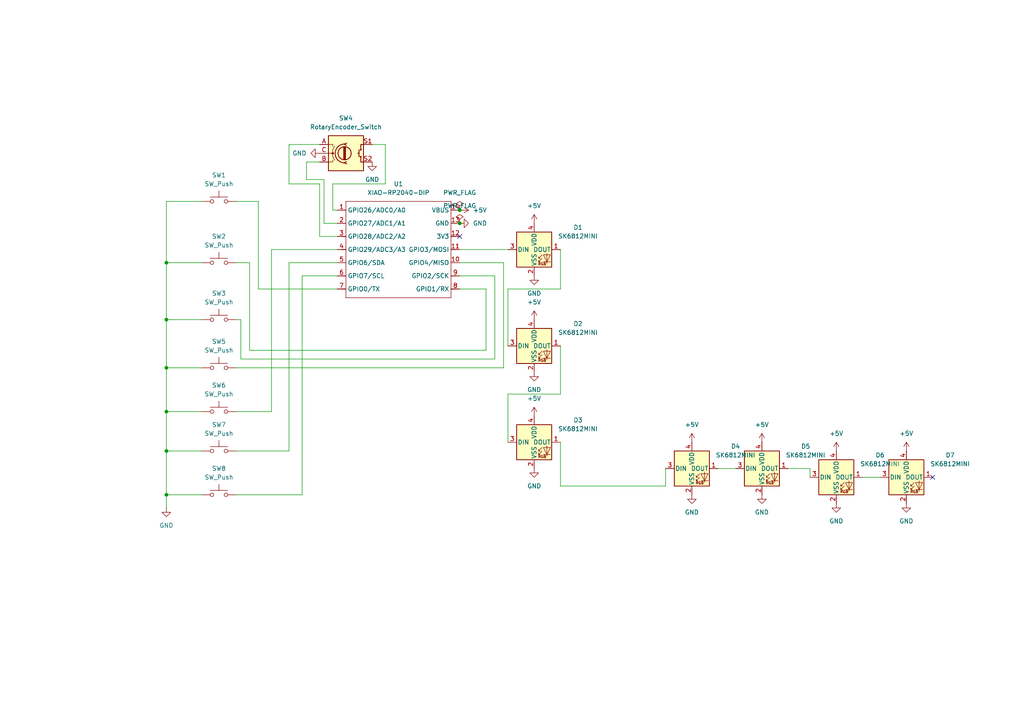
<source format=kicad_sch>
(kicad_sch
	(version 20250114)
	(generator "eeschema")
	(generator_version "9.0")
	(uuid "39e10cbd-87b5-4792-a51b-6a636220b07a")
	(paper "A4")
	(lib_symbols
		(symbol "Device:RotaryEncoder_Switch"
			(pin_names
				(offset 0.254)
				(hide yes)
			)
			(exclude_from_sim no)
			(in_bom yes)
			(on_board yes)
			(property "Reference" "SW"
				(at 0 6.604 0)
				(effects
					(font
						(size 1.27 1.27)
					)
				)
			)
			(property "Value" "RotaryEncoder_Switch"
				(at 0 -6.604 0)
				(effects
					(font
						(size 1.27 1.27)
					)
				)
			)
			(property "Footprint" ""
				(at -3.81 4.064 0)
				(effects
					(font
						(size 1.27 1.27)
					)
					(hide yes)
				)
			)
			(property "Datasheet" "~"
				(at 0 6.604 0)
				(effects
					(font
						(size 1.27 1.27)
					)
					(hide yes)
				)
			)
			(property "Description" "Rotary encoder, dual channel, incremental quadrate outputs, with switch"
				(at 0 0 0)
				(effects
					(font
						(size 1.27 1.27)
					)
					(hide yes)
				)
			)
			(property "ki_keywords" "rotary switch encoder switch push button"
				(at 0 0 0)
				(effects
					(font
						(size 1.27 1.27)
					)
					(hide yes)
				)
			)
			(property "ki_fp_filters" "RotaryEncoder*Switch*"
				(at 0 0 0)
				(effects
					(font
						(size 1.27 1.27)
					)
					(hide yes)
				)
			)
			(symbol "RotaryEncoder_Switch_0_1"
				(rectangle
					(start -5.08 5.08)
					(end 5.08 -5.08)
					(stroke
						(width 0.254)
						(type default)
					)
					(fill
						(type background)
					)
				)
				(polyline
					(pts
						(xy -5.08 2.54) (xy -3.81 2.54) (xy -3.81 2.032)
					)
					(stroke
						(width 0)
						(type default)
					)
					(fill
						(type none)
					)
				)
				(polyline
					(pts
						(xy -5.08 0) (xy -3.81 0) (xy -3.81 -1.016) (xy -3.302 -2.032)
					)
					(stroke
						(width 0)
						(type default)
					)
					(fill
						(type none)
					)
				)
				(polyline
					(pts
						(xy -5.08 -2.54) (xy -3.81 -2.54) (xy -3.81 -2.032)
					)
					(stroke
						(width 0)
						(type default)
					)
					(fill
						(type none)
					)
				)
				(polyline
					(pts
						(xy -4.318 0) (xy -3.81 0) (xy -3.81 1.016) (xy -3.302 2.032)
					)
					(stroke
						(width 0)
						(type default)
					)
					(fill
						(type none)
					)
				)
				(circle
					(center -3.81 0)
					(radius 0.254)
					(stroke
						(width 0)
						(type default)
					)
					(fill
						(type outline)
					)
				)
				(polyline
					(pts
						(xy -0.635 -1.778) (xy -0.635 1.778)
					)
					(stroke
						(width 0.254)
						(type default)
					)
					(fill
						(type none)
					)
				)
				(circle
					(center -0.381 0)
					(radius 1.905)
					(stroke
						(width 0.254)
						(type default)
					)
					(fill
						(type none)
					)
				)
				(polyline
					(pts
						(xy -0.381 -1.778) (xy -0.381 1.778)
					)
					(stroke
						(width 0.254)
						(type default)
					)
					(fill
						(type none)
					)
				)
				(arc
					(start -0.381 -2.794)
					(mid -3.0988 -0.0635)
					(end -0.381 2.667)
					(stroke
						(width 0.254)
						(type default)
					)
					(fill
						(type none)
					)
				)
				(polyline
					(pts
						(xy -0.127 1.778) (xy -0.127 -1.778)
					)
					(stroke
						(width 0.254)
						(type default)
					)
					(fill
						(type none)
					)
				)
				(polyline
					(pts
						(xy 0.254 2.921) (xy -0.508 2.667) (xy 0.127 2.286)
					)
					(stroke
						(width 0.254)
						(type default)
					)
					(fill
						(type none)
					)
				)
				(polyline
					(pts
						(xy 0.254 -3.048) (xy -0.508 -2.794) (xy 0.127 -2.413)
					)
					(stroke
						(width 0.254)
						(type default)
					)
					(fill
						(type none)
					)
				)
				(polyline
					(pts
						(xy 3.81 1.016) (xy 3.81 -1.016)
					)
					(stroke
						(width 0.254)
						(type default)
					)
					(fill
						(type none)
					)
				)
				(polyline
					(pts
						(xy 3.81 0) (xy 3.429 0)
					)
					(stroke
						(width 0.254)
						(type default)
					)
					(fill
						(type none)
					)
				)
				(circle
					(center 4.318 1.016)
					(radius 0.127)
					(stroke
						(width 0.254)
						(type default)
					)
					(fill
						(type none)
					)
				)
				(circle
					(center 4.318 -1.016)
					(radius 0.127)
					(stroke
						(width 0.254)
						(type default)
					)
					(fill
						(type none)
					)
				)
				(polyline
					(pts
						(xy 5.08 2.54) (xy 4.318 2.54) (xy 4.318 1.016)
					)
					(stroke
						(width 0.254)
						(type default)
					)
					(fill
						(type none)
					)
				)
				(polyline
					(pts
						(xy 5.08 -2.54) (xy 4.318 -2.54) (xy 4.318 -1.016)
					)
					(stroke
						(width 0.254)
						(type default)
					)
					(fill
						(type none)
					)
				)
			)
			(symbol "RotaryEncoder_Switch_1_1"
				(pin passive line
					(at -7.62 2.54 0)
					(length 2.54)
					(name "A"
						(effects
							(font
								(size 1.27 1.27)
							)
						)
					)
					(number "A"
						(effects
							(font
								(size 1.27 1.27)
							)
						)
					)
				)
				(pin passive line
					(at -7.62 0 0)
					(length 2.54)
					(name "C"
						(effects
							(font
								(size 1.27 1.27)
							)
						)
					)
					(number "C"
						(effects
							(font
								(size 1.27 1.27)
							)
						)
					)
				)
				(pin passive line
					(at -7.62 -2.54 0)
					(length 2.54)
					(name "B"
						(effects
							(font
								(size 1.27 1.27)
							)
						)
					)
					(number "B"
						(effects
							(font
								(size 1.27 1.27)
							)
						)
					)
				)
				(pin passive line
					(at 7.62 2.54 180)
					(length 2.54)
					(name "S1"
						(effects
							(font
								(size 1.27 1.27)
							)
						)
					)
					(number "S1"
						(effects
							(font
								(size 1.27 1.27)
							)
						)
					)
				)
				(pin passive line
					(at 7.62 -2.54 180)
					(length 2.54)
					(name "S2"
						(effects
							(font
								(size 1.27 1.27)
							)
						)
					)
					(number "S2"
						(effects
							(font
								(size 1.27 1.27)
							)
						)
					)
				)
			)
			(embedded_fonts no)
		)
		(symbol "LED:SK6812MINI"
			(pin_names
				(offset 0.254)
			)
			(exclude_from_sim no)
			(in_bom yes)
			(on_board yes)
			(property "Reference" "D"
				(at 5.08 5.715 0)
				(effects
					(font
						(size 1.27 1.27)
					)
					(justify right bottom)
				)
			)
			(property "Value" "SK6812MINI"
				(at 1.27 -5.715 0)
				(effects
					(font
						(size 1.27 1.27)
					)
					(justify left top)
				)
			)
			(property "Footprint" "LED_SMD:LED_SK6812MINI_PLCC4_3.5x3.5mm_P1.75mm"
				(at 1.27 -7.62 0)
				(effects
					(font
						(size 1.27 1.27)
					)
					(justify left top)
					(hide yes)
				)
			)
			(property "Datasheet" "https://cdn-shop.adafruit.com/product-files/2686/SK6812MINI_REV.01-1-2.pdf"
				(at 2.54 -9.525 0)
				(effects
					(font
						(size 1.27 1.27)
					)
					(justify left top)
					(hide yes)
				)
			)
			(property "Description" "RGB LED with integrated controller"
				(at 0 0 0)
				(effects
					(font
						(size 1.27 1.27)
					)
					(hide yes)
				)
			)
			(property "ki_keywords" "RGB LED NeoPixel Mini addressable"
				(at 0 0 0)
				(effects
					(font
						(size 1.27 1.27)
					)
					(hide yes)
				)
			)
			(property "ki_fp_filters" "LED*SK6812MINI*PLCC*3.5x3.5mm*P1.75mm*"
				(at 0 0 0)
				(effects
					(font
						(size 1.27 1.27)
					)
					(hide yes)
				)
			)
			(symbol "SK6812MINI_0_0"
				(text "RGB"
					(at 2.286 -4.191 0)
					(effects
						(font
							(size 0.762 0.762)
						)
					)
				)
			)
			(symbol "SK6812MINI_0_1"
				(polyline
					(pts
						(xy 1.27 -2.54) (xy 1.778 -2.54)
					)
					(stroke
						(width 0)
						(type default)
					)
					(fill
						(type none)
					)
				)
				(polyline
					(pts
						(xy 1.27 -3.556) (xy 1.778 -3.556)
					)
					(stroke
						(width 0)
						(type default)
					)
					(fill
						(type none)
					)
				)
				(polyline
					(pts
						(xy 2.286 -1.524) (xy 1.27 -2.54) (xy 1.27 -2.032)
					)
					(stroke
						(width 0)
						(type default)
					)
					(fill
						(type none)
					)
				)
				(polyline
					(pts
						(xy 2.286 -2.54) (xy 1.27 -3.556) (xy 1.27 -3.048)
					)
					(stroke
						(width 0)
						(type default)
					)
					(fill
						(type none)
					)
				)
				(polyline
					(pts
						(xy 3.683 -1.016) (xy 3.683 -3.556) (xy 3.683 -4.064)
					)
					(stroke
						(width 0)
						(type default)
					)
					(fill
						(type none)
					)
				)
				(polyline
					(pts
						(xy 4.699 -1.524) (xy 2.667 -1.524) (xy 3.683 -3.556) (xy 4.699 -1.524)
					)
					(stroke
						(width 0)
						(type default)
					)
					(fill
						(type none)
					)
				)
				(polyline
					(pts
						(xy 4.699 -3.556) (xy 2.667 -3.556)
					)
					(stroke
						(width 0)
						(type default)
					)
					(fill
						(type none)
					)
				)
				(rectangle
					(start 5.08 5.08)
					(end -5.08 -5.08)
					(stroke
						(width 0.254)
						(type default)
					)
					(fill
						(type background)
					)
				)
			)
			(symbol "SK6812MINI_1_1"
				(pin input line
					(at -7.62 0 0)
					(length 2.54)
					(name "DIN"
						(effects
							(font
								(size 1.27 1.27)
							)
						)
					)
					(number "3"
						(effects
							(font
								(size 1.27 1.27)
							)
						)
					)
				)
				(pin power_in line
					(at 0 7.62 270)
					(length 2.54)
					(name "VDD"
						(effects
							(font
								(size 1.27 1.27)
							)
						)
					)
					(number "4"
						(effects
							(font
								(size 1.27 1.27)
							)
						)
					)
				)
				(pin power_in line
					(at 0 -7.62 90)
					(length 2.54)
					(name "VSS"
						(effects
							(font
								(size 1.27 1.27)
							)
						)
					)
					(number "2"
						(effects
							(font
								(size 1.27 1.27)
							)
						)
					)
				)
				(pin output line
					(at 7.62 0 180)
					(length 2.54)
					(name "DOUT"
						(effects
							(font
								(size 1.27 1.27)
							)
						)
					)
					(number "1"
						(effects
							(font
								(size 1.27 1.27)
							)
						)
					)
				)
			)
			(embedded_fonts no)
		)
		(symbol "Seeed_Studio_XIAO_Series:XIAO-RP2040-DIP"
			(exclude_from_sim no)
			(in_bom yes)
			(on_board yes)
			(property "Reference" "U"
				(at 0 0 0)
				(effects
					(font
						(size 1.27 1.27)
					)
				)
			)
			(property "Value" "XIAO-RP2040-DIP"
				(at 5.334 -1.778 0)
				(effects
					(font
						(size 1.27 1.27)
					)
				)
			)
			(property "Footprint" "Module:MOUDLE14P-XIAO-DIP-SMD"
				(at 14.478 -32.258 0)
				(effects
					(font
						(size 1.27 1.27)
					)
					(hide yes)
				)
			)
			(property "Datasheet" ""
				(at 0 0 0)
				(effects
					(font
						(size 1.27 1.27)
					)
					(hide yes)
				)
			)
			(property "Description" ""
				(at 0 0 0)
				(effects
					(font
						(size 1.27 1.27)
					)
					(hide yes)
				)
			)
			(symbol "XIAO-RP2040-DIP_1_0"
				(polyline
					(pts
						(xy -1.27 -2.54) (xy 29.21 -2.54)
					)
					(stroke
						(width 0.1524)
						(type solid)
					)
					(fill
						(type none)
					)
				)
				(polyline
					(pts
						(xy -1.27 -5.08) (xy -2.54 -5.08)
					)
					(stroke
						(width 0.1524)
						(type solid)
					)
					(fill
						(type none)
					)
				)
				(polyline
					(pts
						(xy -1.27 -5.08) (xy -1.27 -2.54)
					)
					(stroke
						(width 0.1524)
						(type solid)
					)
					(fill
						(type none)
					)
				)
				(polyline
					(pts
						(xy -1.27 -8.89) (xy -2.54 -8.89)
					)
					(stroke
						(width 0.1524)
						(type solid)
					)
					(fill
						(type none)
					)
				)
				(polyline
					(pts
						(xy -1.27 -8.89) (xy -1.27 -5.08)
					)
					(stroke
						(width 0.1524)
						(type solid)
					)
					(fill
						(type none)
					)
				)
				(polyline
					(pts
						(xy -1.27 -12.7) (xy -2.54 -12.7)
					)
					(stroke
						(width 0.1524)
						(type solid)
					)
					(fill
						(type none)
					)
				)
				(polyline
					(pts
						(xy -1.27 -12.7) (xy -1.27 -8.89)
					)
					(stroke
						(width 0.1524)
						(type solid)
					)
					(fill
						(type none)
					)
				)
				(polyline
					(pts
						(xy -1.27 -16.51) (xy -2.54 -16.51)
					)
					(stroke
						(width 0.1524)
						(type solid)
					)
					(fill
						(type none)
					)
				)
				(polyline
					(pts
						(xy -1.27 -16.51) (xy -1.27 -12.7)
					)
					(stroke
						(width 0.1524)
						(type solid)
					)
					(fill
						(type none)
					)
				)
				(polyline
					(pts
						(xy -1.27 -20.32) (xy -2.54 -20.32)
					)
					(stroke
						(width 0.1524)
						(type solid)
					)
					(fill
						(type none)
					)
				)
				(polyline
					(pts
						(xy -1.27 -24.13) (xy -2.54 -24.13)
					)
					(stroke
						(width 0.1524)
						(type solid)
					)
					(fill
						(type none)
					)
				)
				(polyline
					(pts
						(xy -1.27 -27.94) (xy -2.54 -27.94)
					)
					(stroke
						(width 0.1524)
						(type solid)
					)
					(fill
						(type none)
					)
				)
				(polyline
					(pts
						(xy -1.27 -30.48) (xy -1.27 -16.51)
					)
					(stroke
						(width 0.1524)
						(type solid)
					)
					(fill
						(type none)
					)
				)
				(polyline
					(pts
						(xy 29.21 -2.54) (xy 29.21 -5.08)
					)
					(stroke
						(width 0.1524)
						(type solid)
					)
					(fill
						(type none)
					)
				)
				(polyline
					(pts
						(xy 29.21 -5.08) (xy 29.21 -8.89)
					)
					(stroke
						(width 0.1524)
						(type solid)
					)
					(fill
						(type none)
					)
				)
				(polyline
					(pts
						(xy 29.21 -8.89) (xy 29.21 -12.7)
					)
					(stroke
						(width 0.1524)
						(type solid)
					)
					(fill
						(type none)
					)
				)
				(polyline
					(pts
						(xy 29.21 -12.7) (xy 29.21 -30.48)
					)
					(stroke
						(width 0.1524)
						(type solid)
					)
					(fill
						(type none)
					)
				)
				(polyline
					(pts
						(xy 29.21 -30.48) (xy -1.27 -30.48)
					)
					(stroke
						(width 0.1524)
						(type solid)
					)
					(fill
						(type none)
					)
				)
				(polyline
					(pts
						(xy 30.48 -5.08) (xy 29.21 -5.08)
					)
					(stroke
						(width 0.1524)
						(type solid)
					)
					(fill
						(type none)
					)
				)
				(polyline
					(pts
						(xy 30.48 -8.89) (xy 29.21 -8.89)
					)
					(stroke
						(width 0.1524)
						(type solid)
					)
					(fill
						(type none)
					)
				)
				(polyline
					(pts
						(xy 30.48 -12.7) (xy 29.21 -12.7)
					)
					(stroke
						(width 0.1524)
						(type solid)
					)
					(fill
						(type none)
					)
				)
				(polyline
					(pts
						(xy 30.48 -16.51) (xy 29.21 -16.51)
					)
					(stroke
						(width 0.1524)
						(type solid)
					)
					(fill
						(type none)
					)
				)
				(polyline
					(pts
						(xy 30.48 -20.32) (xy 29.21 -20.32)
					)
					(stroke
						(width 0.1524)
						(type solid)
					)
					(fill
						(type none)
					)
				)
				(polyline
					(pts
						(xy 30.48 -24.13) (xy 29.21 -24.13)
					)
					(stroke
						(width 0.1524)
						(type solid)
					)
					(fill
						(type none)
					)
				)
				(polyline
					(pts
						(xy 30.48 -27.94) (xy 29.21 -27.94)
					)
					(stroke
						(width 0.1524)
						(type solid)
					)
					(fill
						(type none)
					)
				)
				(pin passive line
					(at -3.81 -5.08 0)
					(length 2.54)
					(name "GPIO26/ADC0/A0"
						(effects
							(font
								(size 1.27 1.27)
							)
						)
					)
					(number "1"
						(effects
							(font
								(size 1.27 1.27)
							)
						)
					)
				)
				(pin passive line
					(at -3.81 -8.89 0)
					(length 2.54)
					(name "GPIO27/ADC1/A1"
						(effects
							(font
								(size 1.27 1.27)
							)
						)
					)
					(number "2"
						(effects
							(font
								(size 1.27 1.27)
							)
						)
					)
				)
				(pin passive line
					(at -3.81 -12.7 0)
					(length 2.54)
					(name "GPIO28/ADC2/A2"
						(effects
							(font
								(size 1.27 1.27)
							)
						)
					)
					(number "3"
						(effects
							(font
								(size 1.27 1.27)
							)
						)
					)
				)
				(pin passive line
					(at -3.81 -16.51 0)
					(length 2.54)
					(name "GPIO29/ADC3/A3"
						(effects
							(font
								(size 1.27 1.27)
							)
						)
					)
					(number "4"
						(effects
							(font
								(size 1.27 1.27)
							)
						)
					)
				)
				(pin passive line
					(at -3.81 -20.32 0)
					(length 2.54)
					(name "GPIO6/SDA"
						(effects
							(font
								(size 1.27 1.27)
							)
						)
					)
					(number "5"
						(effects
							(font
								(size 1.27 1.27)
							)
						)
					)
				)
				(pin passive line
					(at -3.81 -24.13 0)
					(length 2.54)
					(name "GPIO7/SCL"
						(effects
							(font
								(size 1.27 1.27)
							)
						)
					)
					(number "6"
						(effects
							(font
								(size 1.27 1.27)
							)
						)
					)
				)
				(pin passive line
					(at -3.81 -27.94 0)
					(length 2.54)
					(name "GPIO0/TX"
						(effects
							(font
								(size 1.27 1.27)
							)
						)
					)
					(number "7"
						(effects
							(font
								(size 1.27 1.27)
							)
						)
					)
				)
				(pin passive line
					(at 31.75 -5.08 180)
					(length 2.54)
					(name "VBUS"
						(effects
							(font
								(size 1.27 1.27)
							)
						)
					)
					(number "14"
						(effects
							(font
								(size 1.27 1.27)
							)
						)
					)
				)
				(pin passive line
					(at 31.75 -8.89 180)
					(length 2.54)
					(name "GND"
						(effects
							(font
								(size 1.27 1.27)
							)
						)
					)
					(number "13"
						(effects
							(font
								(size 1.27 1.27)
							)
						)
					)
				)
				(pin passive line
					(at 31.75 -12.7 180)
					(length 2.54)
					(name "3V3"
						(effects
							(font
								(size 1.27 1.27)
							)
						)
					)
					(number "12"
						(effects
							(font
								(size 1.27 1.27)
							)
						)
					)
				)
				(pin passive line
					(at 31.75 -16.51 180)
					(length 2.54)
					(name "GPIO3/MOSI"
						(effects
							(font
								(size 1.27 1.27)
							)
						)
					)
					(number "11"
						(effects
							(font
								(size 1.27 1.27)
							)
						)
					)
				)
				(pin passive line
					(at 31.75 -20.32 180)
					(length 2.54)
					(name "GPIO4/MISO"
						(effects
							(font
								(size 1.27 1.27)
							)
						)
					)
					(number "10"
						(effects
							(font
								(size 1.27 1.27)
							)
						)
					)
				)
				(pin passive line
					(at 31.75 -24.13 180)
					(length 2.54)
					(name "GPIO2/SCK"
						(effects
							(font
								(size 1.27 1.27)
							)
						)
					)
					(number "9"
						(effects
							(font
								(size 1.27 1.27)
							)
						)
					)
				)
				(pin passive line
					(at 31.75 -27.94 180)
					(length 2.54)
					(name "GPIO1/RX"
						(effects
							(font
								(size 1.27 1.27)
							)
						)
					)
					(number "8"
						(effects
							(font
								(size 1.27 1.27)
							)
						)
					)
				)
			)
			(embedded_fonts no)
		)
		(symbol "Switch:SW_Push"
			(pin_numbers
				(hide yes)
			)
			(pin_names
				(offset 1.016)
				(hide yes)
			)
			(exclude_from_sim no)
			(in_bom yes)
			(on_board yes)
			(property "Reference" "SW"
				(at 1.27 2.54 0)
				(effects
					(font
						(size 1.27 1.27)
					)
					(justify left)
				)
			)
			(property "Value" "SW_Push"
				(at 0 -1.524 0)
				(effects
					(font
						(size 1.27 1.27)
					)
				)
			)
			(property "Footprint" ""
				(at 0 5.08 0)
				(effects
					(font
						(size 1.27 1.27)
					)
					(hide yes)
				)
			)
			(property "Datasheet" "~"
				(at 0 5.08 0)
				(effects
					(font
						(size 1.27 1.27)
					)
					(hide yes)
				)
			)
			(property "Description" "Push button switch, generic, two pins"
				(at 0 0 0)
				(effects
					(font
						(size 1.27 1.27)
					)
					(hide yes)
				)
			)
			(property "ki_keywords" "switch normally-open pushbutton push-button"
				(at 0 0 0)
				(effects
					(font
						(size 1.27 1.27)
					)
					(hide yes)
				)
			)
			(symbol "SW_Push_0_1"
				(circle
					(center -2.032 0)
					(radius 0.508)
					(stroke
						(width 0)
						(type default)
					)
					(fill
						(type none)
					)
				)
				(polyline
					(pts
						(xy 0 1.27) (xy 0 3.048)
					)
					(stroke
						(width 0)
						(type default)
					)
					(fill
						(type none)
					)
				)
				(circle
					(center 2.032 0)
					(radius 0.508)
					(stroke
						(width 0)
						(type default)
					)
					(fill
						(type none)
					)
				)
				(polyline
					(pts
						(xy 2.54 1.27) (xy -2.54 1.27)
					)
					(stroke
						(width 0)
						(type default)
					)
					(fill
						(type none)
					)
				)
				(pin passive line
					(at -5.08 0 0)
					(length 2.54)
					(name "1"
						(effects
							(font
								(size 1.27 1.27)
							)
						)
					)
					(number "1"
						(effects
							(font
								(size 1.27 1.27)
							)
						)
					)
				)
				(pin passive line
					(at 5.08 0 180)
					(length 2.54)
					(name "2"
						(effects
							(font
								(size 1.27 1.27)
							)
						)
					)
					(number "2"
						(effects
							(font
								(size 1.27 1.27)
							)
						)
					)
				)
			)
			(embedded_fonts no)
		)
		(symbol "power:+5V"
			(power)
			(pin_numbers
				(hide yes)
			)
			(pin_names
				(offset 0)
				(hide yes)
			)
			(exclude_from_sim no)
			(in_bom yes)
			(on_board yes)
			(property "Reference" "#PWR"
				(at 0 -3.81 0)
				(effects
					(font
						(size 1.27 1.27)
					)
					(hide yes)
				)
			)
			(property "Value" "+5V"
				(at 0 3.556 0)
				(effects
					(font
						(size 1.27 1.27)
					)
				)
			)
			(property "Footprint" ""
				(at 0 0 0)
				(effects
					(font
						(size 1.27 1.27)
					)
					(hide yes)
				)
			)
			(property "Datasheet" ""
				(at 0 0 0)
				(effects
					(font
						(size 1.27 1.27)
					)
					(hide yes)
				)
			)
			(property "Description" "Power symbol creates a global label with name \"+5V\""
				(at 0 0 0)
				(effects
					(font
						(size 1.27 1.27)
					)
					(hide yes)
				)
			)
			(property "ki_keywords" "global power"
				(at 0 0 0)
				(effects
					(font
						(size 1.27 1.27)
					)
					(hide yes)
				)
			)
			(symbol "+5V_0_1"
				(polyline
					(pts
						(xy -0.762 1.27) (xy 0 2.54)
					)
					(stroke
						(width 0)
						(type default)
					)
					(fill
						(type none)
					)
				)
				(polyline
					(pts
						(xy 0 2.54) (xy 0.762 1.27)
					)
					(stroke
						(width 0)
						(type default)
					)
					(fill
						(type none)
					)
				)
				(polyline
					(pts
						(xy 0 0) (xy 0 2.54)
					)
					(stroke
						(width 0)
						(type default)
					)
					(fill
						(type none)
					)
				)
			)
			(symbol "+5V_1_1"
				(pin power_in line
					(at 0 0 90)
					(length 0)
					(name "~"
						(effects
							(font
								(size 1.27 1.27)
							)
						)
					)
					(number "1"
						(effects
							(font
								(size 1.27 1.27)
							)
						)
					)
				)
			)
			(embedded_fonts no)
		)
		(symbol "power:GND"
			(power)
			(pin_numbers
				(hide yes)
			)
			(pin_names
				(offset 0)
				(hide yes)
			)
			(exclude_from_sim no)
			(in_bom yes)
			(on_board yes)
			(property "Reference" "#PWR"
				(at 0 -6.35 0)
				(effects
					(font
						(size 1.27 1.27)
					)
					(hide yes)
				)
			)
			(property "Value" "GND"
				(at 0 -3.81 0)
				(effects
					(font
						(size 1.27 1.27)
					)
				)
			)
			(property "Footprint" ""
				(at 0 0 0)
				(effects
					(font
						(size 1.27 1.27)
					)
					(hide yes)
				)
			)
			(property "Datasheet" ""
				(at 0 0 0)
				(effects
					(font
						(size 1.27 1.27)
					)
					(hide yes)
				)
			)
			(property "Description" "Power symbol creates a global label with name \"GND\" , ground"
				(at 0 0 0)
				(effects
					(font
						(size 1.27 1.27)
					)
					(hide yes)
				)
			)
			(property "ki_keywords" "global power"
				(at 0 0 0)
				(effects
					(font
						(size 1.27 1.27)
					)
					(hide yes)
				)
			)
			(symbol "GND_0_1"
				(polyline
					(pts
						(xy 0 0) (xy 0 -1.27) (xy 1.27 -1.27) (xy 0 -2.54) (xy -1.27 -1.27) (xy 0 -1.27)
					)
					(stroke
						(width 0)
						(type default)
					)
					(fill
						(type none)
					)
				)
			)
			(symbol "GND_1_1"
				(pin power_in line
					(at 0 0 270)
					(length 0)
					(name "~"
						(effects
							(font
								(size 1.27 1.27)
							)
						)
					)
					(number "1"
						(effects
							(font
								(size 1.27 1.27)
							)
						)
					)
				)
			)
			(embedded_fonts no)
		)
		(symbol "power:PWR_FLAG"
			(power)
			(pin_numbers
				(hide yes)
			)
			(pin_names
				(offset 0)
				(hide yes)
			)
			(exclude_from_sim no)
			(in_bom yes)
			(on_board yes)
			(property "Reference" "#FLG"
				(at 0 1.905 0)
				(effects
					(font
						(size 1.27 1.27)
					)
					(hide yes)
				)
			)
			(property "Value" "PWR_FLAG"
				(at 0 3.81 0)
				(effects
					(font
						(size 1.27 1.27)
					)
				)
			)
			(property "Footprint" ""
				(at 0 0 0)
				(effects
					(font
						(size 1.27 1.27)
					)
					(hide yes)
				)
			)
			(property "Datasheet" "~"
				(at 0 0 0)
				(effects
					(font
						(size 1.27 1.27)
					)
					(hide yes)
				)
			)
			(property "Description" "Special symbol for telling ERC where power comes from"
				(at 0 0 0)
				(effects
					(font
						(size 1.27 1.27)
					)
					(hide yes)
				)
			)
			(property "ki_keywords" "flag power"
				(at 0 0 0)
				(effects
					(font
						(size 1.27 1.27)
					)
					(hide yes)
				)
			)
			(symbol "PWR_FLAG_0_0"
				(pin power_out line
					(at 0 0 90)
					(length 0)
					(name "~"
						(effects
							(font
								(size 1.27 1.27)
							)
						)
					)
					(number "1"
						(effects
							(font
								(size 1.27 1.27)
							)
						)
					)
				)
			)
			(symbol "PWR_FLAG_0_1"
				(polyline
					(pts
						(xy 0 0) (xy 0 1.27) (xy -1.016 1.905) (xy 0 2.54) (xy 1.016 1.905) (xy 0 1.27)
					)
					(stroke
						(width 0)
						(type default)
					)
					(fill
						(type none)
					)
				)
			)
			(embedded_fonts no)
		)
	)
	(junction
		(at 133.35 64.77)
		(diameter 0)
		(color 0 0 0 0)
		(uuid "210f5740-0f3e-4323-b76d-6158e1222287")
	)
	(junction
		(at 48.26 106.68)
		(diameter 0)
		(color 0 0 0 0)
		(uuid "2e0d29c5-5167-45e6-9587-b3d84539d2a8")
	)
	(junction
		(at 48.26 92.71)
		(diameter 0)
		(color 0 0 0 0)
		(uuid "84dab3f3-8f84-4dd1-ab8d-50315ed1797e")
	)
	(junction
		(at 133.35 60.96)
		(diameter 0)
		(color 0 0 0 0)
		(uuid "95b57173-718d-40e5-818c-e1c63b4c925b")
	)
	(junction
		(at 48.26 119.38)
		(diameter 0)
		(color 0 0 0 0)
		(uuid "bb5e5e47-df61-49d7-a25f-3bb0b3bc12b1")
	)
	(junction
		(at 48.26 130.81)
		(diameter 0)
		(color 0 0 0 0)
		(uuid "d818c25f-c5b2-45f7-ab84-eaa665b54758")
	)
	(junction
		(at 48.26 143.51)
		(diameter 0)
		(color 0 0 0 0)
		(uuid "f72f7bc3-ba10-409b-bd1c-5b8c98554c0b")
	)
	(junction
		(at 48.26 76.2)
		(diameter 0)
		(color 0 0 0 0)
		(uuid "fab3f6ae-3378-4883-89eb-25bd247d4af2")
	)
	(no_connect
		(at 133.35 68.58)
		(uuid "23692c56-f00a-4a36-bc65-69e140c4345e")
	)
	(no_connect
		(at 270.51 138.43)
		(uuid "c35dee7c-c251-4b3f-9813-3286dd19bd70")
	)
	(wire
		(pts
			(xy 97.79 72.39) (xy 78.74 72.39)
		)
		(stroke
			(width 0)
			(type default)
		)
		(uuid "04787b84-c3b1-4f66-a744-b9226aa8b29e")
	)
	(wire
		(pts
			(xy 93.98 52.07) (xy 93.98 64.77)
		)
		(stroke
			(width 0)
			(type default)
		)
		(uuid "06d4512f-f10f-4ccb-b5d0-f8ccd5b36356")
	)
	(wire
		(pts
			(xy 92.71 53.34) (xy 92.71 68.58)
		)
		(stroke
			(width 0)
			(type default)
		)
		(uuid "095de209-3263-4041-a16d-e87ce1097d32")
	)
	(wire
		(pts
			(xy 162.56 83.82) (xy 147.32 83.82)
		)
		(stroke
			(width 0)
			(type default)
		)
		(uuid "0af1892f-e2c2-4684-8959-80bf5664b792")
	)
	(wire
		(pts
			(xy 93.98 64.77) (xy 97.79 64.77)
		)
		(stroke
			(width 0)
			(type default)
		)
		(uuid "10c01770-4c55-459e-a3a7-a77baff70aed")
	)
	(wire
		(pts
			(xy 97.79 76.2) (xy 83.82 76.2)
		)
		(stroke
			(width 0)
			(type default)
		)
		(uuid "110c3201-fb4c-4180-bfcb-c15d98ad73d9")
	)
	(wire
		(pts
			(xy 88.9 52.07) (xy 93.98 52.07)
		)
		(stroke
			(width 0)
			(type default)
		)
		(uuid "15cdaec7-d0cc-4115-af40-bf52573a64f2")
	)
	(wire
		(pts
			(xy 146.05 106.68) (xy 68.58 106.68)
		)
		(stroke
			(width 0)
			(type default)
		)
		(uuid "1ad5e9a6-ad00-4f04-b558-59899fda5c7a")
	)
	(wire
		(pts
			(xy 92.71 46.99) (xy 88.9 46.99)
		)
		(stroke
			(width 0)
			(type default)
		)
		(uuid "1e8cfa93-335a-470d-8c20-4339a6a4ae91")
	)
	(wire
		(pts
			(xy 147.32 114.3) (xy 147.32 128.27)
		)
		(stroke
			(width 0)
			(type default)
		)
		(uuid "258f8f6b-a09d-405b-a5bb-7b8aae51a690")
	)
	(wire
		(pts
			(xy 58.42 130.81) (xy 48.26 130.81)
		)
		(stroke
			(width 0)
			(type default)
		)
		(uuid "25e89fab-716a-4575-996e-e5dab38935aa")
	)
	(wire
		(pts
			(xy 48.26 92.71) (xy 58.42 92.71)
		)
		(stroke
			(width 0)
			(type default)
		)
		(uuid "288fc41a-0b19-41e5-ad6e-fe7aa48ce908")
	)
	(wire
		(pts
			(xy 143.51 80.01) (xy 143.51 104.14)
		)
		(stroke
			(width 0)
			(type default)
		)
		(uuid "2d7bd220-ed3d-4a3f-93b9-89b706bcc65b")
	)
	(wire
		(pts
			(xy 208.28 135.89) (xy 213.36 135.89)
		)
		(stroke
			(width 0)
			(type default)
		)
		(uuid "2dbd058d-96f5-4a9f-b5e3-bb41ee255c46")
	)
	(wire
		(pts
			(xy 69.85 92.71) (xy 68.58 92.71)
		)
		(stroke
			(width 0)
			(type default)
		)
		(uuid "3d033a4a-f101-42cf-b3ad-81e6034e2b2c")
	)
	(wire
		(pts
			(xy 48.26 106.68) (xy 48.26 119.38)
		)
		(stroke
			(width 0)
			(type default)
		)
		(uuid "3e28dc98-09e6-4da7-b18d-840223de333b")
	)
	(wire
		(pts
			(xy 193.04 140.97) (xy 193.04 135.89)
		)
		(stroke
			(width 0)
			(type default)
		)
		(uuid "3e6dbeb7-fae1-45d8-b0a1-a3694592c57d")
	)
	(wire
		(pts
			(xy 162.56 100.33) (xy 162.56 114.3)
		)
		(stroke
			(width 0)
			(type default)
		)
		(uuid "42cf40ae-5fc4-44f7-87f1-d0b4b562c09c")
	)
	(wire
		(pts
			(xy 162.56 114.3) (xy 147.32 114.3)
		)
		(stroke
			(width 0)
			(type default)
		)
		(uuid "433a3335-66ae-4409-9c07-14b6af297883")
	)
	(wire
		(pts
			(xy 193.04 140.97) (xy 162.56 140.97)
		)
		(stroke
			(width 0)
			(type default)
		)
		(uuid "49296ea8-893b-4777-a7d1-cb839d15f475")
	)
	(wire
		(pts
			(xy 111.76 53.34) (xy 96.52 53.34)
		)
		(stroke
			(width 0)
			(type default)
		)
		(uuid "498a1ccb-66af-4234-95e1-6509ab3c251f")
	)
	(wire
		(pts
			(xy 48.26 92.71) (xy 48.26 106.68)
		)
		(stroke
			(width 0)
			(type default)
		)
		(uuid "4c765ed7-98b6-4951-8184-e445452c81e0")
	)
	(wire
		(pts
			(xy 83.82 41.91) (xy 83.82 53.34)
		)
		(stroke
			(width 0)
			(type default)
		)
		(uuid "4d89e922-c0e0-4b52-8ddb-44b93778a516")
	)
	(wire
		(pts
			(xy 143.51 104.14) (xy 69.85 104.14)
		)
		(stroke
			(width 0)
			(type default)
		)
		(uuid "4e291602-8afd-410b-a7af-05e1181fceb7")
	)
	(wire
		(pts
			(xy 92.71 68.58) (xy 97.79 68.58)
		)
		(stroke
			(width 0)
			(type default)
		)
		(uuid "52d27653-b522-4b0d-ac97-d2faa1b7dad6")
	)
	(wire
		(pts
			(xy 97.79 83.82) (xy 74.93 83.82)
		)
		(stroke
			(width 0)
			(type default)
		)
		(uuid "579eaa2f-1f6f-4326-8824-3a54c997b240")
	)
	(wire
		(pts
			(xy 234.95 135.89) (xy 234.95 138.43)
		)
		(stroke
			(width 0)
			(type default)
		)
		(uuid "594a794f-efdb-4818-8a8d-1e6b65e4fcaf")
	)
	(wire
		(pts
			(xy 162.56 72.39) (xy 162.56 83.82)
		)
		(stroke
			(width 0)
			(type default)
		)
		(uuid "5a667853-f279-4391-8f32-c32e6fbad449")
	)
	(wire
		(pts
			(xy 58.42 119.38) (xy 48.26 119.38)
		)
		(stroke
			(width 0)
			(type default)
		)
		(uuid "64ea32b3-dccc-4ede-a5ea-68f8aad14fbc")
	)
	(wire
		(pts
			(xy 96.52 53.34) (xy 96.52 60.96)
		)
		(stroke
			(width 0)
			(type default)
		)
		(uuid "65e9ac28-0903-4377-8f2b-45692af60848")
	)
	(wire
		(pts
			(xy 78.74 119.38) (xy 68.58 119.38)
		)
		(stroke
			(width 0)
			(type default)
		)
		(uuid "67bf8aaa-26c6-4b05-b972-33d30295894e")
	)
	(wire
		(pts
			(xy 48.26 147.32) (xy 48.26 143.51)
		)
		(stroke
			(width 0)
			(type default)
		)
		(uuid "6a0809ba-d206-4156-9ad6-71aafe222b79")
	)
	(wire
		(pts
			(xy 48.26 143.51) (xy 58.42 143.51)
		)
		(stroke
			(width 0)
			(type default)
		)
		(uuid "6e448484-8c0f-41e4-bc74-790092f69e01")
	)
	(wire
		(pts
			(xy 74.93 58.42) (xy 68.58 58.42)
		)
		(stroke
			(width 0)
			(type default)
		)
		(uuid "77bbfd89-9763-49d3-8809-09a36bf54834")
	)
	(wire
		(pts
			(xy 92.71 41.91) (xy 83.82 41.91)
		)
		(stroke
			(width 0)
			(type default)
		)
		(uuid "798c0e09-33f4-4f82-9a71-dd5859a71af2")
	)
	(wire
		(pts
			(xy 107.95 41.91) (xy 111.76 41.91)
		)
		(stroke
			(width 0)
			(type default)
		)
		(uuid "7db16d40-818a-412e-9252-70652e40e0f4")
	)
	(wire
		(pts
			(xy 87.63 80.01) (xy 87.63 143.51)
		)
		(stroke
			(width 0)
			(type default)
		)
		(uuid "868b2b06-739b-4aa2-b5af-6cb3771cd2bd")
	)
	(wire
		(pts
			(xy 250.19 138.43) (xy 255.27 138.43)
		)
		(stroke
			(width 0)
			(type default)
		)
		(uuid "87016637-5d99-4784-9a1b-5bca4c690641")
	)
	(wire
		(pts
			(xy 69.85 104.14) (xy 69.85 92.71)
		)
		(stroke
			(width 0)
			(type default)
		)
		(uuid "87893b08-5c3a-4714-b667-6875e0b26637")
	)
	(wire
		(pts
			(xy 97.79 80.01) (xy 87.63 80.01)
		)
		(stroke
			(width 0)
			(type default)
		)
		(uuid "8a18766d-5d67-47cf-89a7-1d35ecce1df6")
	)
	(wire
		(pts
			(xy 96.52 60.96) (xy 97.79 60.96)
		)
		(stroke
			(width 0)
			(type default)
		)
		(uuid "8f4f3909-6794-4e71-ba7c-87a9ebc37139")
	)
	(wire
		(pts
			(xy 87.63 143.51) (xy 68.58 143.51)
		)
		(stroke
			(width 0)
			(type default)
		)
		(uuid "91d682d5-3791-4c57-ba70-8fef56cfc953")
	)
	(wire
		(pts
			(xy 147.32 83.82) (xy 147.32 100.33)
		)
		(stroke
			(width 0)
			(type default)
		)
		(uuid "9887e559-337f-43bf-b4ec-edd22d0a67f0")
	)
	(wire
		(pts
			(xy 48.26 106.68) (xy 58.42 106.68)
		)
		(stroke
			(width 0)
			(type default)
		)
		(uuid "9c40abc8-a7bb-4a26-9d08-884d32b3e2c8")
	)
	(wire
		(pts
			(xy 111.76 41.91) (xy 111.76 53.34)
		)
		(stroke
			(width 0)
			(type default)
		)
		(uuid "9f50a6c6-b842-4e54-ae8a-c03df11528cd")
	)
	(wire
		(pts
			(xy 68.58 76.2) (xy 72.39 76.2)
		)
		(stroke
			(width 0)
			(type default)
		)
		(uuid "9fd513f0-b3c2-48dc-b48a-a0c804152a68")
	)
	(wire
		(pts
			(xy 146.05 76.2) (xy 146.05 106.68)
		)
		(stroke
			(width 0)
			(type default)
		)
		(uuid "a146745c-3108-4777-b35b-717e0306675e")
	)
	(wire
		(pts
			(xy 133.35 72.39) (xy 147.32 72.39)
		)
		(stroke
			(width 0)
			(type default)
		)
		(uuid "b9fd9975-61e4-4e77-9aea-9724e768d414")
	)
	(wire
		(pts
			(xy 72.39 101.6) (xy 72.39 76.2)
		)
		(stroke
			(width 0)
			(type default)
		)
		(uuid "be44b0c3-1542-401f-ab5a-b7fcdb6c26c5")
	)
	(wire
		(pts
			(xy 48.26 58.42) (xy 48.26 76.2)
		)
		(stroke
			(width 0)
			(type default)
		)
		(uuid "becf7e39-2ccd-46b4-89a0-b1411fc2a938")
	)
	(wire
		(pts
			(xy 48.26 76.2) (xy 48.26 92.71)
		)
		(stroke
			(width 0)
			(type default)
		)
		(uuid "c027ee1f-f5a6-460a-b38e-1a6b9c1ee07f")
	)
	(wire
		(pts
			(xy 58.42 58.42) (xy 48.26 58.42)
		)
		(stroke
			(width 0)
			(type default)
		)
		(uuid "c1010866-9785-47a0-b1f4-9ee2ef13d422")
	)
	(wire
		(pts
			(xy 162.56 128.27) (xy 162.56 140.97)
		)
		(stroke
			(width 0)
			(type default)
		)
		(uuid "ca2449bf-0b98-409c-bced-7fec3538beb4")
	)
	(wire
		(pts
			(xy 48.26 119.38) (xy 48.26 130.81)
		)
		(stroke
			(width 0)
			(type default)
		)
		(uuid "cd26ab47-686d-4166-97ac-bcc8fc9bbd0f")
	)
	(wire
		(pts
			(xy 48.26 130.81) (xy 48.26 143.51)
		)
		(stroke
			(width 0)
			(type default)
		)
		(uuid "d5702053-3979-42ee-83f1-b68df35a8c8e")
	)
	(wire
		(pts
			(xy 140.97 101.6) (xy 72.39 101.6)
		)
		(stroke
			(width 0)
			(type default)
		)
		(uuid "de382546-642d-4d2e-a036-673d85ede174")
	)
	(wire
		(pts
			(xy 48.26 76.2) (xy 58.42 76.2)
		)
		(stroke
			(width 0)
			(type default)
		)
		(uuid "de5e56df-0bc7-4b4a-8f73-3834c85f09f7")
	)
	(wire
		(pts
			(xy 133.35 76.2) (xy 146.05 76.2)
		)
		(stroke
			(width 0)
			(type default)
		)
		(uuid "e0476ebe-d2be-441c-828b-0f30b9e60379")
	)
	(wire
		(pts
			(xy 133.35 80.01) (xy 143.51 80.01)
		)
		(stroke
			(width 0)
			(type default)
		)
		(uuid "e0aa44ae-2a32-47ec-bdc3-4513be86d629")
	)
	(wire
		(pts
			(xy 133.35 83.82) (xy 140.97 83.82)
		)
		(stroke
			(width 0)
			(type default)
		)
		(uuid "e52511e0-1178-4fad-a045-0b5568fb2c1a")
	)
	(wire
		(pts
			(xy 78.74 72.39) (xy 78.74 119.38)
		)
		(stroke
			(width 0)
			(type default)
		)
		(uuid "eac93327-bd65-400b-84f9-765a0c08dc91")
	)
	(wire
		(pts
			(xy 74.93 83.82) (xy 74.93 58.42)
		)
		(stroke
			(width 0)
			(type default)
		)
		(uuid "eb89f50a-6e82-49b7-b103-3b81adc28100")
	)
	(wire
		(pts
			(xy 228.6 135.89) (xy 234.95 135.89)
		)
		(stroke
			(width 0)
			(type default)
		)
		(uuid "ee5997fd-49ab-4a7f-b2ec-9494671855ab")
	)
	(wire
		(pts
			(xy 83.82 76.2) (xy 83.82 130.81)
		)
		(stroke
			(width 0)
			(type default)
		)
		(uuid "f396823a-15dc-4a79-8fb3-42862f0b718c")
	)
	(wire
		(pts
			(xy 83.82 130.81) (xy 68.58 130.81)
		)
		(stroke
			(width 0)
			(type default)
		)
		(uuid "f3ba0ce0-b684-4d7f-a69e-719933d58c64")
	)
	(wire
		(pts
			(xy 140.97 83.82) (xy 140.97 101.6)
		)
		(stroke
			(width 0)
			(type default)
		)
		(uuid "fbc3b122-cdfc-43b1-8b90-3df57605711c")
	)
	(wire
		(pts
			(xy 88.9 46.99) (xy 88.9 52.07)
		)
		(stroke
			(width 0)
			(type default)
		)
		(uuid "fe4a5f8d-ad72-41fe-a86c-fe4efe57336c")
	)
	(wire
		(pts
			(xy 83.82 53.34) (xy 92.71 53.34)
		)
		(stroke
			(width 0)
			(type default)
		)
		(uuid "ff96079e-a207-4b4b-a160-607681cd55f9")
	)
	(symbol
		(lib_id "power:PWR_FLAG")
		(at 133.35 60.96 0)
		(unit 1)
		(exclude_from_sim no)
		(in_bom yes)
		(on_board yes)
		(dnp no)
		(fields_autoplaced yes)
		(uuid "04e6df5d-47de-447f-bc0e-9af577cd240b")
		(property "Reference" "#FLG01"
			(at 133.35 59.055 0)
			(effects
				(font
					(size 1.27 1.27)
				)
				(hide yes)
			)
		)
		(property "Value" "PWR_FLAG"
			(at 133.35 55.88 0)
			(effects
				(font
					(size 1.27 1.27)
				)
			)
		)
		(property "Footprint" ""
			(at 133.35 60.96 0)
			(effects
				(font
					(size 1.27 1.27)
				)
				(hide yes)
			)
		)
		(property "Datasheet" "~"
			(at 133.35 60.96 0)
			(effects
				(font
					(size 1.27 1.27)
				)
				(hide yes)
			)
		)
		(property "Description" "Special symbol for telling ERC where power comes from"
			(at 133.35 60.96 0)
			(effects
				(font
					(size 1.27 1.27)
				)
				(hide yes)
			)
		)
		(pin "1"
			(uuid "21618b1b-d5b1-4b26-8fd2-6558c284b910")
		)
		(instances
			(project ""
				(path "/39e10cbd-87b5-4792-a51b-6a636220b07a"
					(reference "#FLG01")
					(unit 1)
				)
			)
		)
	)
	(symbol
		(lib_id "Switch:SW_Push")
		(at 63.5 106.68 0)
		(unit 1)
		(exclude_from_sim no)
		(in_bom yes)
		(on_board yes)
		(dnp no)
		(fields_autoplaced yes)
		(uuid "062d59f2-ab5c-4d65-9bbe-812c5a91da1d")
		(property "Reference" "SW5"
			(at 63.5 99.06 0)
			(effects
				(font
					(size 1.27 1.27)
				)
			)
		)
		(property "Value" "SW_Push"
			(at 63.5 101.6 0)
			(effects
				(font
					(size 1.27 1.27)
				)
			)
		)
		(property "Footprint" "Button_Switch_Keyboard:SW_Cherry_MX_1.00u_PCB"
			(at 63.5 101.6 0)
			(effects
				(font
					(size 1.27 1.27)
				)
				(hide yes)
			)
		)
		(property "Datasheet" "~"
			(at 63.5 101.6 0)
			(effects
				(font
					(size 1.27 1.27)
				)
				(hide yes)
			)
		)
		(property "Description" "Push button switch, generic, two pins"
			(at 63.5 106.68 0)
			(effects
				(font
					(size 1.27 1.27)
				)
				(hide yes)
			)
		)
		(pin "2"
			(uuid "16e25a33-5927-4aff-84e6-590204370d4a")
		)
		(pin "1"
			(uuid "fb8e5cf5-42f6-46c8-aeed-1d6c955d43a8")
		)
		(instances
			(project "hackpad"
				(path "/39e10cbd-87b5-4792-a51b-6a636220b07a"
					(reference "SW5")
					(unit 1)
				)
			)
		)
	)
	(symbol
		(lib_id "power:PWR_FLAG")
		(at 133.35 64.77 0)
		(unit 1)
		(exclude_from_sim no)
		(in_bom yes)
		(on_board yes)
		(dnp no)
		(fields_autoplaced yes)
		(uuid "09d44b1d-2ce3-4062-8fe0-4d36315ee860")
		(property "Reference" "#FLG02"
			(at 133.35 62.865 0)
			(effects
				(font
					(size 1.27 1.27)
				)
				(hide yes)
			)
		)
		(property "Value" "PWR_FLAG"
			(at 133.35 59.69 0)
			(effects
				(font
					(size 1.27 1.27)
				)
			)
		)
		(property "Footprint" ""
			(at 133.35 64.77 0)
			(effects
				(font
					(size 1.27 1.27)
				)
				(hide yes)
			)
		)
		(property "Datasheet" "~"
			(at 133.35 64.77 0)
			(effects
				(font
					(size 1.27 1.27)
				)
				(hide yes)
			)
		)
		(property "Description" "Special symbol for telling ERC where power comes from"
			(at 133.35 64.77 0)
			(effects
				(font
					(size 1.27 1.27)
				)
				(hide yes)
			)
		)
		(pin "1"
			(uuid "53ac9ae6-4264-4e5d-beab-40aaa61704ed")
		)
		(instances
			(project ""
				(path "/39e10cbd-87b5-4792-a51b-6a636220b07a"
					(reference "#FLG02")
					(unit 1)
				)
			)
		)
	)
	(symbol
		(lib_id "power:GND")
		(at 48.26 147.32 0)
		(unit 1)
		(exclude_from_sim no)
		(in_bom yes)
		(on_board yes)
		(dnp no)
		(fields_autoplaced yes)
		(uuid "0b6358f7-23b4-46f6-b236-1551e45c55f5")
		(property "Reference" "#PWR01"
			(at 48.26 153.67 0)
			(effects
				(font
					(size 1.27 1.27)
				)
				(hide yes)
			)
		)
		(property "Value" "GND"
			(at 48.26 152.4 0)
			(effects
				(font
					(size 1.27 1.27)
				)
			)
		)
		(property "Footprint" ""
			(at 48.26 147.32 0)
			(effects
				(font
					(size 1.27 1.27)
				)
				(hide yes)
			)
		)
		(property "Datasheet" ""
			(at 48.26 147.32 0)
			(effects
				(font
					(size 1.27 1.27)
				)
				(hide yes)
			)
		)
		(property "Description" "Power symbol creates a global label with name \"GND\" , ground"
			(at 48.26 147.32 0)
			(effects
				(font
					(size 1.27 1.27)
				)
				(hide yes)
			)
		)
		(pin "1"
			(uuid "e9a976ec-3cc8-4f76-bba9-97b378cbc7ad")
		)
		(instances
			(project ""
				(path "/39e10cbd-87b5-4792-a51b-6a636220b07a"
					(reference "#PWR01")
					(unit 1)
				)
			)
		)
	)
	(symbol
		(lib_id "power:GND")
		(at 92.71 44.45 270)
		(unit 1)
		(exclude_from_sim no)
		(in_bom yes)
		(on_board yes)
		(dnp no)
		(fields_autoplaced yes)
		(uuid "18c129b3-b047-43db-b4c9-4f7150a4e8ef")
		(property "Reference" "#PWR08"
			(at 86.36 44.45 0)
			(effects
				(font
					(size 1.27 1.27)
				)
				(hide yes)
			)
		)
		(property "Value" "GND"
			(at 88.9 44.4499 90)
			(effects
				(font
					(size 1.27 1.27)
				)
				(justify right)
			)
		)
		(property "Footprint" ""
			(at 92.71 44.45 0)
			(effects
				(font
					(size 1.27 1.27)
				)
				(hide yes)
			)
		)
		(property "Datasheet" ""
			(at 92.71 44.45 0)
			(effects
				(font
					(size 1.27 1.27)
				)
				(hide yes)
			)
		)
		(property "Description" "Power symbol creates a global label with name \"GND\" , ground"
			(at 92.71 44.45 0)
			(effects
				(font
					(size 1.27 1.27)
				)
				(hide yes)
			)
		)
		(pin "1"
			(uuid "91404daf-c52b-4f14-bc26-9848c2e3d2b5")
		)
		(instances
			(project ""
				(path "/39e10cbd-87b5-4792-a51b-6a636220b07a"
					(reference "#PWR08")
					(unit 1)
				)
			)
		)
	)
	(symbol
		(lib_id "LED:SK6812MINI")
		(at 200.66 135.89 0)
		(unit 1)
		(exclude_from_sim no)
		(in_bom yes)
		(on_board yes)
		(dnp no)
		(fields_autoplaced yes)
		(uuid "21ed14b3-4c03-450e-8c83-de1e0e0249f9")
		(property "Reference" "D4"
			(at 213.36 129.4698 0)
			(effects
				(font
					(size 1.27 1.27)
				)
			)
		)
		(property "Value" "SK6812MINI"
			(at 213.36 132.0098 0)
			(effects
				(font
					(size 1.27 1.27)
				)
			)
		)
		(property "Footprint" "LED_SMD:LED_SK6812MINI_PLCC4_3.5x3.5mm_P1.75mm"
			(at 201.93 143.51 0)
			(effects
				(font
					(size 1.27 1.27)
				)
				(justify left top)
				(hide yes)
			)
		)
		(property "Datasheet" "https://cdn-shop.adafruit.com/product-files/2686/SK6812MINI_REV.01-1-2.pdf"
			(at 203.2 145.415 0)
			(effects
				(font
					(size 1.27 1.27)
				)
				(justify left top)
				(hide yes)
			)
		)
		(property "Description" "RGB LED with integrated controller"
			(at 200.66 135.89 0)
			(effects
				(font
					(size 1.27 1.27)
				)
				(hide yes)
			)
		)
		(pin "4"
			(uuid "bcfd0966-5cb4-4fb3-ad83-06b13d2f9ea6")
		)
		(pin "3"
			(uuid "3f884f27-9291-4f3a-aedc-0e65d9e5f21d")
		)
		(pin "1"
			(uuid "f5e51e87-767a-4aed-8d21-a0a40bf29fee")
		)
		(pin "2"
			(uuid "1e6c8ee8-4f81-4e68-be92-29e9253824aa")
		)
		(instances
			(project "hackpad"
				(path "/39e10cbd-87b5-4792-a51b-6a636220b07a"
					(reference "D4")
					(unit 1)
				)
			)
		)
	)
	(symbol
		(lib_id "Switch:SW_Push")
		(at 63.5 92.71 0)
		(unit 1)
		(exclude_from_sim no)
		(in_bom yes)
		(on_board yes)
		(dnp no)
		(fields_autoplaced yes)
		(uuid "2719976e-3308-4b21-a378-8d780895d277")
		(property "Reference" "SW3"
			(at 63.5 85.09 0)
			(effects
				(font
					(size 1.27 1.27)
				)
			)
		)
		(property "Value" "SW_Push"
			(at 63.5 87.63 0)
			(effects
				(font
					(size 1.27 1.27)
				)
			)
		)
		(property "Footprint" "Button_Switch_Keyboard:SW_Cherry_MX_1.00u_PCB"
			(at 63.5 87.63 0)
			(effects
				(font
					(size 1.27 1.27)
				)
				(hide yes)
			)
		)
		(property "Datasheet" "~"
			(at 63.5 87.63 0)
			(effects
				(font
					(size 1.27 1.27)
				)
				(hide yes)
			)
		)
		(property "Description" "Push button switch, generic, two pins"
			(at 63.5 92.71 0)
			(effects
				(font
					(size 1.27 1.27)
				)
				(hide yes)
			)
		)
		(pin "2"
			(uuid "894eaf36-e0a5-42f8-b0df-70ce6bbe2950")
		)
		(pin "1"
			(uuid "d6163e4f-cf9d-411c-b601-c132d9cf85b9")
		)
		(instances
			(project "hackpad"
				(path "/39e10cbd-87b5-4792-a51b-6a636220b07a"
					(reference "SW3")
					(unit 1)
				)
			)
		)
	)
	(symbol
		(lib_id "power:+5V")
		(at 154.94 92.71 0)
		(unit 1)
		(exclude_from_sim no)
		(in_bom yes)
		(on_board yes)
		(dnp no)
		(fields_autoplaced yes)
		(uuid "29ec79af-862d-4f0a-b22b-e1d4213fdb5d")
		(property "Reference" "#PWR04"
			(at 154.94 96.52 0)
			(effects
				(font
					(size 1.27 1.27)
				)
				(hide yes)
			)
		)
		(property "Value" "+5V"
			(at 154.94 87.63 0)
			(effects
				(font
					(size 1.27 1.27)
				)
			)
		)
		(property "Footprint" ""
			(at 154.94 92.71 0)
			(effects
				(font
					(size 1.27 1.27)
				)
				(hide yes)
			)
		)
		(property "Datasheet" ""
			(at 154.94 92.71 0)
			(effects
				(font
					(size 1.27 1.27)
				)
				(hide yes)
			)
		)
		(property "Description" "Power symbol creates a global label with name \"+5V\""
			(at 154.94 92.71 0)
			(effects
				(font
					(size 1.27 1.27)
				)
				(hide yes)
			)
		)
		(pin "1"
			(uuid "16cf7c5b-f53d-4bea-9b07-6dc410a1f7c9")
		)
		(instances
			(project ""
				(path "/39e10cbd-87b5-4792-a51b-6a636220b07a"
					(reference "#PWR04")
					(unit 1)
				)
			)
		)
	)
	(symbol
		(lib_id "power:GND")
		(at 154.94 135.89 0)
		(unit 1)
		(exclude_from_sim no)
		(in_bom yes)
		(on_board yes)
		(dnp no)
		(fields_autoplaced yes)
		(uuid "2f5bb0b8-6395-4f4d-b4c1-560191e3aee0")
		(property "Reference" "#PWR011"
			(at 154.94 142.24 0)
			(effects
				(font
					(size 1.27 1.27)
				)
				(hide yes)
			)
		)
		(property "Value" "GND"
			(at 154.94 140.97 0)
			(effects
				(font
					(size 1.27 1.27)
				)
			)
		)
		(property "Footprint" ""
			(at 154.94 135.89 0)
			(effects
				(font
					(size 1.27 1.27)
				)
				(hide yes)
			)
		)
		(property "Datasheet" ""
			(at 154.94 135.89 0)
			(effects
				(font
					(size 1.27 1.27)
				)
				(hide yes)
			)
		)
		(property "Description" "Power symbol creates a global label with name \"GND\" , ground"
			(at 154.94 135.89 0)
			(effects
				(font
					(size 1.27 1.27)
				)
				(hide yes)
			)
		)
		(pin "1"
			(uuid "1d63c8de-aac7-41c3-9dc2-503546a10ebd")
		)
		(instances
			(project "hackpad"
				(path "/39e10cbd-87b5-4792-a51b-6a636220b07a"
					(reference "#PWR011")
					(unit 1)
				)
			)
		)
	)
	(symbol
		(lib_id "power:GND")
		(at 154.94 107.95 0)
		(unit 1)
		(exclude_from_sim no)
		(in_bom yes)
		(on_board yes)
		(dnp no)
		(fields_autoplaced yes)
		(uuid "36066f0b-db20-4318-9298-20ee0f47cd66")
		(property "Reference" "#PWR09"
			(at 154.94 114.3 0)
			(effects
				(font
					(size 1.27 1.27)
				)
				(hide yes)
			)
		)
		(property "Value" "GND"
			(at 154.94 113.03 0)
			(effects
				(font
					(size 1.27 1.27)
				)
			)
		)
		(property "Footprint" ""
			(at 154.94 107.95 0)
			(effects
				(font
					(size 1.27 1.27)
				)
				(hide yes)
			)
		)
		(property "Datasheet" ""
			(at 154.94 107.95 0)
			(effects
				(font
					(size 1.27 1.27)
				)
				(hide yes)
			)
		)
		(property "Description" "Power symbol creates a global label with name \"GND\" , ground"
			(at 154.94 107.95 0)
			(effects
				(font
					(size 1.27 1.27)
				)
				(hide yes)
			)
		)
		(pin "1"
			(uuid "6202febb-adda-4c32-b808-9538c4852e84")
		)
		(instances
			(project "hackpad"
				(path "/39e10cbd-87b5-4792-a51b-6a636220b07a"
					(reference "#PWR09")
					(unit 1)
				)
			)
		)
	)
	(symbol
		(lib_id "LED:SK6812MINI")
		(at 154.94 100.33 0)
		(unit 1)
		(exclude_from_sim no)
		(in_bom yes)
		(on_board yes)
		(dnp no)
		(fields_autoplaced yes)
		(uuid "37109681-ce3f-4201-a3c2-c8634b73ca7b")
		(property "Reference" "D2"
			(at 167.64 93.9098 0)
			(effects
				(font
					(size 1.27 1.27)
				)
			)
		)
		(property "Value" "SK6812MINI"
			(at 167.64 96.4498 0)
			(effects
				(font
					(size 1.27 1.27)
				)
			)
		)
		(property "Footprint" "LED_SMD:LED_SK6812MINI_PLCC4_3.5x3.5mm_P1.75mm"
			(at 156.21 107.95 0)
			(effects
				(font
					(size 1.27 1.27)
				)
				(justify left top)
				(hide yes)
			)
		)
		(property "Datasheet" "https://cdn-shop.adafruit.com/product-files/2686/SK6812MINI_REV.01-1-2.pdf"
			(at 157.48 109.855 0)
			(effects
				(font
					(size 1.27 1.27)
				)
				(justify left top)
				(hide yes)
			)
		)
		(property "Description" "RGB LED with integrated controller"
			(at 154.94 100.33 0)
			(effects
				(font
					(size 1.27 1.27)
				)
				(hide yes)
			)
		)
		(pin "4"
			(uuid "886ff29e-707b-4ec5-878e-9a5654181414")
		)
		(pin "3"
			(uuid "77783d2b-2a5f-482e-803e-c4d9ad73ba81")
		)
		(pin "1"
			(uuid "6f786887-124b-4826-8ac1-fdbb0fe0a75f")
		)
		(pin "2"
			(uuid "0241b2d3-0285-4132-8b59-6502ab0c9bfb")
		)
		(instances
			(project "hackpad"
				(path "/39e10cbd-87b5-4792-a51b-6a636220b07a"
					(reference "D2")
					(unit 1)
				)
			)
		)
	)
	(symbol
		(lib_id "power:GND")
		(at 220.98 143.51 0)
		(unit 1)
		(exclude_from_sim no)
		(in_bom yes)
		(on_board yes)
		(dnp no)
		(fields_autoplaced yes)
		(uuid "3f868342-7114-48eb-9743-5d3f76af3bb7")
		(property "Reference" "#PWR015"
			(at 220.98 149.86 0)
			(effects
				(font
					(size 1.27 1.27)
				)
				(hide yes)
			)
		)
		(property "Value" "GND"
			(at 220.98 148.59 0)
			(effects
				(font
					(size 1.27 1.27)
				)
			)
		)
		(property "Footprint" ""
			(at 220.98 143.51 0)
			(effects
				(font
					(size 1.27 1.27)
				)
				(hide yes)
			)
		)
		(property "Datasheet" ""
			(at 220.98 143.51 0)
			(effects
				(font
					(size 1.27 1.27)
				)
				(hide yes)
			)
		)
		(property "Description" "Power symbol creates a global label with name \"GND\" , ground"
			(at 220.98 143.51 0)
			(effects
				(font
					(size 1.27 1.27)
				)
				(hide yes)
			)
		)
		(pin "1"
			(uuid "5b8a61a0-aece-48cf-8b4b-49ad49bddb38")
		)
		(instances
			(project "hackpad"
				(path "/39e10cbd-87b5-4792-a51b-6a636220b07a"
					(reference "#PWR015")
					(unit 1)
				)
			)
		)
	)
	(symbol
		(lib_id "power:GND")
		(at 133.35 64.77 90)
		(unit 1)
		(exclude_from_sim no)
		(in_bom yes)
		(on_board yes)
		(dnp no)
		(fields_autoplaced yes)
		(uuid "4cfbd325-92ca-4771-a3ca-15cfe7836a6c")
		(property "Reference" "#PWR012"
			(at 139.7 64.77 0)
			(effects
				(font
					(size 1.27 1.27)
				)
				(hide yes)
			)
		)
		(property "Value" "GND"
			(at 137.16 64.7699 90)
			(effects
				(font
					(size 1.27 1.27)
				)
				(justify right)
			)
		)
		(property "Footprint" ""
			(at 133.35 64.77 0)
			(effects
				(font
					(size 1.27 1.27)
				)
				(hide yes)
			)
		)
		(property "Datasheet" ""
			(at 133.35 64.77 0)
			(effects
				(font
					(size 1.27 1.27)
				)
				(hide yes)
			)
		)
		(property "Description" "Power symbol creates a global label with name \"GND\" , ground"
			(at 133.35 64.77 0)
			(effects
				(font
					(size 1.27 1.27)
				)
				(hide yes)
			)
		)
		(pin "1"
			(uuid "2223d3cd-5f16-4e10-903b-dce7ea21b3ee")
		)
		(instances
			(project ""
				(path "/39e10cbd-87b5-4792-a51b-6a636220b07a"
					(reference "#PWR012")
					(unit 1)
				)
			)
		)
	)
	(symbol
		(lib_id "LED:SK6812MINI")
		(at 154.94 128.27 0)
		(unit 1)
		(exclude_from_sim no)
		(in_bom yes)
		(on_board yes)
		(dnp no)
		(fields_autoplaced yes)
		(uuid "4d51cf3b-e9a9-4a38-af24-3ff6f5ec2435")
		(property "Reference" "D3"
			(at 167.64 121.8498 0)
			(effects
				(font
					(size 1.27 1.27)
				)
			)
		)
		(property "Value" "SK6812MINI"
			(at 167.64 124.3898 0)
			(effects
				(font
					(size 1.27 1.27)
				)
			)
		)
		(property "Footprint" "LED_SMD:LED_SK6812MINI_PLCC4_3.5x3.5mm_P1.75mm"
			(at 156.21 135.89 0)
			(effects
				(font
					(size 1.27 1.27)
				)
				(justify left top)
				(hide yes)
			)
		)
		(property "Datasheet" "https://cdn-shop.adafruit.com/product-files/2686/SK6812MINI_REV.01-1-2.pdf"
			(at 157.48 137.795 0)
			(effects
				(font
					(size 1.27 1.27)
				)
				(justify left top)
				(hide yes)
			)
		)
		(property "Description" "RGB LED with integrated controller"
			(at 154.94 128.27 0)
			(effects
				(font
					(size 1.27 1.27)
				)
				(hide yes)
			)
		)
		(pin "4"
			(uuid "275130d7-7552-46d9-ad0e-a8fc618dfd6a")
		)
		(pin "3"
			(uuid "9faff7ce-a387-4002-b647-792e55c7a058")
		)
		(pin "1"
			(uuid "7cba3f0b-4ee3-4c72-ac83-f162959533de")
		)
		(pin "2"
			(uuid "f0ce0d85-d162-487c-b9ce-56a94ffe2a64")
		)
		(instances
			(project "hackpad"
				(path "/39e10cbd-87b5-4792-a51b-6a636220b07a"
					(reference "D3")
					(unit 1)
				)
			)
		)
	)
	(symbol
		(lib_id "power:GND")
		(at 154.94 80.01 0)
		(unit 1)
		(exclude_from_sim no)
		(in_bom yes)
		(on_board yes)
		(dnp no)
		(fields_autoplaced yes)
		(uuid "5708bf04-ceb7-42a3-be4a-4150d7792951")
		(property "Reference" "#PWR02"
			(at 154.94 86.36 0)
			(effects
				(font
					(size 1.27 1.27)
				)
				(hide yes)
			)
		)
		(property "Value" "GND"
			(at 154.94 85.09 0)
			(effects
				(font
					(size 1.27 1.27)
				)
			)
		)
		(property "Footprint" ""
			(at 154.94 80.01 0)
			(effects
				(font
					(size 1.27 1.27)
				)
				(hide yes)
			)
		)
		(property "Datasheet" ""
			(at 154.94 80.01 0)
			(effects
				(font
					(size 1.27 1.27)
				)
				(hide yes)
			)
		)
		(property "Description" "Power symbol creates a global label with name \"GND\" , ground"
			(at 154.94 80.01 0)
			(effects
				(font
					(size 1.27 1.27)
				)
				(hide yes)
			)
		)
		(pin "1"
			(uuid "24ba2bad-f3be-4439-a16b-808c3a31db66")
		)
		(instances
			(project ""
				(path "/39e10cbd-87b5-4792-a51b-6a636220b07a"
					(reference "#PWR02")
					(unit 1)
				)
			)
		)
	)
	(symbol
		(lib_id "power:GND")
		(at 262.89 146.05 0)
		(unit 1)
		(exclude_from_sim no)
		(in_bom yes)
		(on_board yes)
		(dnp no)
		(fields_autoplaced yes)
		(uuid "5e6b3371-93a3-4483-af58-95fd6a791642")
		(property "Reference" "#PWR019"
			(at 262.89 152.4 0)
			(effects
				(font
					(size 1.27 1.27)
				)
				(hide yes)
			)
		)
		(property "Value" "GND"
			(at 262.89 151.13 0)
			(effects
				(font
					(size 1.27 1.27)
				)
			)
		)
		(property "Footprint" ""
			(at 262.89 146.05 0)
			(effects
				(font
					(size 1.27 1.27)
				)
				(hide yes)
			)
		)
		(property "Datasheet" ""
			(at 262.89 146.05 0)
			(effects
				(font
					(size 1.27 1.27)
				)
				(hide yes)
			)
		)
		(property "Description" "Power symbol creates a global label with name \"GND\" , ground"
			(at 262.89 146.05 0)
			(effects
				(font
					(size 1.27 1.27)
				)
				(hide yes)
			)
		)
		(pin "1"
			(uuid "ad58f9a3-d381-480f-92e6-3a65cd202792")
		)
		(instances
			(project "hackpad"
				(path "/39e10cbd-87b5-4792-a51b-6a636220b07a"
					(reference "#PWR019")
					(unit 1)
				)
			)
		)
	)
	(symbol
		(lib_id "power:GND")
		(at 200.66 143.51 0)
		(unit 1)
		(exclude_from_sim no)
		(in_bom yes)
		(on_board yes)
		(dnp no)
		(fields_autoplaced yes)
		(uuid "6ed06432-b61a-4a8b-b5bd-59053b9f20fb")
		(property "Reference" "#PWR013"
			(at 200.66 149.86 0)
			(effects
				(font
					(size 1.27 1.27)
				)
				(hide yes)
			)
		)
		(property "Value" "GND"
			(at 200.66 148.59 0)
			(effects
				(font
					(size 1.27 1.27)
				)
			)
		)
		(property "Footprint" ""
			(at 200.66 143.51 0)
			(effects
				(font
					(size 1.27 1.27)
				)
				(hide yes)
			)
		)
		(property "Datasheet" ""
			(at 200.66 143.51 0)
			(effects
				(font
					(size 1.27 1.27)
				)
				(hide yes)
			)
		)
		(property "Description" "Power symbol creates a global label with name \"GND\" , ground"
			(at 200.66 143.51 0)
			(effects
				(font
					(size 1.27 1.27)
				)
				(hide yes)
			)
		)
		(pin "1"
			(uuid "04fbbb84-c3c1-4332-bdd9-45896ba9a768")
		)
		(instances
			(project "hackpad"
				(path "/39e10cbd-87b5-4792-a51b-6a636220b07a"
					(reference "#PWR013")
					(unit 1)
				)
			)
		)
	)
	(symbol
		(lib_id "Switch:SW_Push")
		(at 63.5 76.2 0)
		(unit 1)
		(exclude_from_sim no)
		(in_bom yes)
		(on_board yes)
		(dnp no)
		(fields_autoplaced yes)
		(uuid "722d941b-2806-4271-8a20-3839451b52ec")
		(property "Reference" "SW2"
			(at 63.5 68.58 0)
			(effects
				(font
					(size 1.27 1.27)
				)
			)
		)
		(property "Value" "SW_Push"
			(at 63.5 71.12 0)
			(effects
				(font
					(size 1.27 1.27)
				)
			)
		)
		(property "Footprint" "Button_Switch_Keyboard:SW_Cherry_MX_1.00u_PCB"
			(at 63.5 71.12 0)
			(effects
				(font
					(size 1.27 1.27)
				)
				(hide yes)
			)
		)
		(property "Datasheet" "~"
			(at 63.5 71.12 0)
			(effects
				(font
					(size 1.27 1.27)
				)
				(hide yes)
			)
		)
		(property "Description" "Push button switch, generic, two pins"
			(at 63.5 76.2 0)
			(effects
				(font
					(size 1.27 1.27)
				)
				(hide yes)
			)
		)
		(pin "2"
			(uuid "e0036fcc-e903-47b9-a5d3-f5cbd871cbd8")
		)
		(pin "1"
			(uuid "fabb221c-4731-405b-9eef-94f50d54c909")
		)
		(instances
			(project "hackpad"
				(path "/39e10cbd-87b5-4792-a51b-6a636220b07a"
					(reference "SW2")
					(unit 1)
				)
			)
		)
	)
	(symbol
		(lib_id "power:GND")
		(at 242.57 146.05 0)
		(unit 1)
		(exclude_from_sim no)
		(in_bom yes)
		(on_board yes)
		(dnp no)
		(fields_autoplaced yes)
		(uuid "8f70a00c-c5d8-4ce6-9214-0c2d4c131dc0")
		(property "Reference" "#PWR017"
			(at 242.57 152.4 0)
			(effects
				(font
					(size 1.27 1.27)
				)
				(hide yes)
			)
		)
		(property "Value" "GND"
			(at 242.57 151.13 0)
			(effects
				(font
					(size 1.27 1.27)
				)
			)
		)
		(property "Footprint" ""
			(at 242.57 146.05 0)
			(effects
				(font
					(size 1.27 1.27)
				)
				(hide yes)
			)
		)
		(property "Datasheet" ""
			(at 242.57 146.05 0)
			(effects
				(font
					(size 1.27 1.27)
				)
				(hide yes)
			)
		)
		(property "Description" "Power symbol creates a global label with name \"GND\" , ground"
			(at 242.57 146.05 0)
			(effects
				(font
					(size 1.27 1.27)
				)
				(hide yes)
			)
		)
		(pin "1"
			(uuid "3e7bdd0a-837c-4298-98fc-4ec42eb1b1c5")
		)
		(instances
			(project "hackpad"
				(path "/39e10cbd-87b5-4792-a51b-6a636220b07a"
					(reference "#PWR017")
					(unit 1)
				)
			)
		)
	)
	(symbol
		(lib_id "power:+5V")
		(at 220.98 128.27 0)
		(unit 1)
		(exclude_from_sim no)
		(in_bom yes)
		(on_board yes)
		(dnp no)
		(fields_autoplaced yes)
		(uuid "97fbc376-819b-4749-9318-0d1df1e3f44b")
		(property "Reference" "#PWR014"
			(at 220.98 132.08 0)
			(effects
				(font
					(size 1.27 1.27)
				)
				(hide yes)
			)
		)
		(property "Value" "+5V"
			(at 220.98 123.19 0)
			(effects
				(font
					(size 1.27 1.27)
				)
			)
		)
		(property "Footprint" ""
			(at 220.98 128.27 0)
			(effects
				(font
					(size 1.27 1.27)
				)
				(hide yes)
			)
		)
		(property "Datasheet" ""
			(at 220.98 128.27 0)
			(effects
				(font
					(size 1.27 1.27)
				)
				(hide yes)
			)
		)
		(property "Description" "Power symbol creates a global label with name \"+5V\""
			(at 220.98 128.27 0)
			(effects
				(font
					(size 1.27 1.27)
				)
				(hide yes)
			)
		)
		(pin "1"
			(uuid "195ae49f-0660-48d2-8875-04b3d26d78a7")
		)
		(instances
			(project "hackpad"
				(path "/39e10cbd-87b5-4792-a51b-6a636220b07a"
					(reference "#PWR014")
					(unit 1)
				)
			)
		)
	)
	(symbol
		(lib_id "Switch:SW_Push")
		(at 63.5 130.81 0)
		(unit 1)
		(exclude_from_sim no)
		(in_bom yes)
		(on_board yes)
		(dnp no)
		(fields_autoplaced yes)
		(uuid "9df01668-1eea-4df3-9313-2b551d0e90b6")
		(property "Reference" "SW7"
			(at 63.5 123.19 0)
			(effects
				(font
					(size 1.27 1.27)
				)
			)
		)
		(property "Value" "SW_Push"
			(at 63.5 125.73 0)
			(effects
				(font
					(size 1.27 1.27)
				)
			)
		)
		(property "Footprint" "Button_Switch_Keyboard:SW_Cherry_MX_1.00u_PCB"
			(at 63.5 125.73 0)
			(effects
				(font
					(size 1.27 1.27)
				)
				(hide yes)
			)
		)
		(property "Datasheet" "~"
			(at 63.5 125.73 0)
			(effects
				(font
					(size 1.27 1.27)
				)
				(hide yes)
			)
		)
		(property "Description" "Push button switch, generic, two pins"
			(at 63.5 130.81 0)
			(effects
				(font
					(size 1.27 1.27)
				)
				(hide yes)
			)
		)
		(pin "2"
			(uuid "104afd2a-afeb-4582-a455-2f33eb358b0c")
		)
		(pin "1"
			(uuid "c79336b3-9835-44d9-9b67-089cbd95380c")
		)
		(instances
			(project "hackpad"
				(path "/39e10cbd-87b5-4792-a51b-6a636220b07a"
					(reference "SW7")
					(unit 1)
				)
			)
		)
	)
	(symbol
		(lib_id "power:+5V")
		(at 262.89 130.81 0)
		(unit 1)
		(exclude_from_sim no)
		(in_bom yes)
		(on_board yes)
		(dnp no)
		(fields_autoplaced yes)
		(uuid "a3f1a308-233e-4242-9436-f818aa6308d5")
		(property "Reference" "#PWR018"
			(at 262.89 134.62 0)
			(effects
				(font
					(size 1.27 1.27)
				)
				(hide yes)
			)
		)
		(property "Value" "+5V"
			(at 262.89 125.73 0)
			(effects
				(font
					(size 1.27 1.27)
				)
			)
		)
		(property "Footprint" ""
			(at 262.89 130.81 0)
			(effects
				(font
					(size 1.27 1.27)
				)
				(hide yes)
			)
		)
		(property "Datasheet" ""
			(at 262.89 130.81 0)
			(effects
				(font
					(size 1.27 1.27)
				)
				(hide yes)
			)
		)
		(property "Description" "Power symbol creates a global label with name \"+5V\""
			(at 262.89 130.81 0)
			(effects
				(font
					(size 1.27 1.27)
				)
				(hide yes)
			)
		)
		(pin "1"
			(uuid "917e5f3a-125a-476e-88d2-2c34c79b7a4c")
		)
		(instances
			(project "hackpad"
				(path "/39e10cbd-87b5-4792-a51b-6a636220b07a"
					(reference "#PWR018")
					(unit 1)
				)
			)
		)
	)
	(symbol
		(lib_id "Switch:SW_Push")
		(at 63.5 58.42 0)
		(unit 1)
		(exclude_from_sim no)
		(in_bom yes)
		(on_board yes)
		(dnp no)
		(fields_autoplaced yes)
		(uuid "a57fa5f2-5db8-4c00-a898-80e8ae79192a")
		(property "Reference" "SW1"
			(at 63.5 50.8 0)
			(effects
				(font
					(size 1.27 1.27)
				)
			)
		)
		(property "Value" "SW_Push"
			(at 63.5 53.34 0)
			(effects
				(font
					(size 1.27 1.27)
				)
			)
		)
		(property "Footprint" "Button_Switch_Keyboard:SW_Cherry_MX_1.00u_PCB"
			(at 63.5 53.34 0)
			(effects
				(font
					(size 1.27 1.27)
				)
				(hide yes)
			)
		)
		(property "Datasheet" "~"
			(at 63.5 53.34 0)
			(effects
				(font
					(size 1.27 1.27)
				)
				(hide yes)
			)
		)
		(property "Description" "Push button switch, generic, two pins"
			(at 63.5 58.42 0)
			(effects
				(font
					(size 1.27 1.27)
				)
				(hide yes)
			)
		)
		(pin "2"
			(uuid "8ed06d47-125d-4fc7-a3db-138ab61d8b47")
		)
		(pin "1"
			(uuid "fcfc3761-8165-4ae7-b0f1-550cc1ae54f7")
		)
		(instances
			(project ""
				(path "/39e10cbd-87b5-4792-a51b-6a636220b07a"
					(reference "SW1")
					(unit 1)
				)
			)
		)
	)
	(symbol
		(lib_id "power:+5V")
		(at 154.94 120.65 0)
		(unit 1)
		(exclude_from_sim no)
		(in_bom yes)
		(on_board yes)
		(dnp no)
		(fields_autoplaced yes)
		(uuid "b24c911f-78a9-43c9-a76c-c2a28f9eef76")
		(property "Reference" "#PWR05"
			(at 154.94 124.46 0)
			(effects
				(font
					(size 1.27 1.27)
				)
				(hide yes)
			)
		)
		(property "Value" "+5V"
			(at 154.94 115.57 0)
			(effects
				(font
					(size 1.27 1.27)
				)
			)
		)
		(property "Footprint" ""
			(at 154.94 120.65 0)
			(effects
				(font
					(size 1.27 1.27)
				)
				(hide yes)
			)
		)
		(property "Datasheet" ""
			(at 154.94 120.65 0)
			(effects
				(font
					(size 1.27 1.27)
				)
				(hide yes)
			)
		)
		(property "Description" "Power symbol creates a global label with name \"+5V\""
			(at 154.94 120.65 0)
			(effects
				(font
					(size 1.27 1.27)
				)
				(hide yes)
			)
		)
		(pin "1"
			(uuid "d3d18ec1-098b-4aeb-9861-913dbd036ac8")
		)
		(instances
			(project ""
				(path "/39e10cbd-87b5-4792-a51b-6a636220b07a"
					(reference "#PWR05")
					(unit 1)
				)
			)
		)
	)
	(symbol
		(lib_id "power:+5V")
		(at 133.35 60.96 270)
		(unit 1)
		(exclude_from_sim no)
		(in_bom yes)
		(on_board yes)
		(dnp no)
		(fields_autoplaced yes)
		(uuid "b3711f46-0e36-4816-ac8d-01e7025d5940")
		(property "Reference" "#PWR010"
			(at 129.54 60.96 0)
			(effects
				(font
					(size 1.27 1.27)
				)
				(hide yes)
			)
		)
		(property "Value" "+5V"
			(at 137.16 60.9599 90)
			(effects
				(font
					(size 1.27 1.27)
				)
				(justify left)
			)
		)
		(property "Footprint" ""
			(at 133.35 60.96 0)
			(effects
				(font
					(size 1.27 1.27)
				)
				(hide yes)
			)
		)
		(property "Datasheet" ""
			(at 133.35 60.96 0)
			(effects
				(font
					(size 1.27 1.27)
				)
				(hide yes)
			)
		)
		(property "Description" "Power symbol creates a global label with name \"+5V\""
			(at 133.35 60.96 0)
			(effects
				(font
					(size 1.27 1.27)
				)
				(hide yes)
			)
		)
		(pin "1"
			(uuid "79e31e83-0fa9-4d2b-98c7-05a6fe06939c")
		)
		(instances
			(project ""
				(path "/39e10cbd-87b5-4792-a51b-6a636220b07a"
					(reference "#PWR010")
					(unit 1)
				)
			)
		)
	)
	(symbol
		(lib_id "LED:SK6812MINI")
		(at 220.98 135.89 0)
		(unit 1)
		(exclude_from_sim no)
		(in_bom yes)
		(on_board yes)
		(dnp no)
		(fields_autoplaced yes)
		(uuid "b6c487e3-3e5f-4a27-895c-73fca55a4212")
		(property "Reference" "D5"
			(at 233.68 129.4698 0)
			(effects
				(font
					(size 1.27 1.27)
				)
			)
		)
		(property "Value" "SK6812MINI"
			(at 233.68 132.0098 0)
			(effects
				(font
					(size 1.27 1.27)
				)
			)
		)
		(property "Footprint" "LED_SMD:LED_SK6812MINI_PLCC4_3.5x3.5mm_P1.75mm"
			(at 222.25 143.51 0)
			(effects
				(font
					(size 1.27 1.27)
				)
				(justify left top)
				(hide yes)
			)
		)
		(property "Datasheet" "https://cdn-shop.adafruit.com/product-files/2686/SK6812MINI_REV.01-1-2.pdf"
			(at 223.52 145.415 0)
			(effects
				(font
					(size 1.27 1.27)
				)
				(justify left top)
				(hide yes)
			)
		)
		(property "Description" "RGB LED with integrated controller"
			(at 220.98 135.89 0)
			(effects
				(font
					(size 1.27 1.27)
				)
				(hide yes)
			)
		)
		(pin "4"
			(uuid "423a7407-df87-40c6-b34c-8fe3d3cabcc9")
		)
		(pin "3"
			(uuid "528bc5d0-2442-4aaf-a937-16d634fadf58")
		)
		(pin "1"
			(uuid "4dd57c86-fa89-47b3-b45b-6cd397c99e74")
		)
		(pin "2"
			(uuid "7763f83a-34b3-44fc-863e-3b6ffe2238b6")
		)
		(instances
			(project "hackpad"
				(path "/39e10cbd-87b5-4792-a51b-6a636220b07a"
					(reference "D5")
					(unit 1)
				)
			)
		)
	)
	(symbol
		(lib_id "Seeed_Studio_XIAO_Series:XIAO-RP2040-DIP")
		(at 101.6 55.88 0)
		(unit 1)
		(exclude_from_sim no)
		(in_bom yes)
		(on_board yes)
		(dnp no)
		(fields_autoplaced yes)
		(uuid "b9a059b5-304c-483f-93aa-ad0968f7d238")
		(property "Reference" "U1"
			(at 115.57 53.34 0)
			(effects
				(font
					(size 1.27 1.27)
				)
			)
		)
		(property "Value" "XIAO-RP2040-DIP"
			(at 115.57 55.88 0)
			(effects
				(font
					(size 1.27 1.27)
				)
			)
		)
		(property "Footprint" "Seeed Studio XIAO Series Library:XIAO-RP2040-DIP"
			(at 116.078 88.138 0)
			(effects
				(font
					(size 1.27 1.27)
				)
				(hide yes)
			)
		)
		(property "Datasheet" ""
			(at 101.6 55.88 0)
			(effects
				(font
					(size 1.27 1.27)
				)
				(hide yes)
			)
		)
		(property "Description" ""
			(at 101.6 55.88 0)
			(effects
				(font
					(size 1.27 1.27)
				)
				(hide yes)
			)
		)
		(pin "13"
			(uuid "dcd49fba-717a-4b3d-a4fc-81e0ccc159f9")
		)
		(pin "9"
			(uuid "5e8e7b36-b575-418a-9f63-b29450eee71b")
		)
		(pin "2"
			(uuid "a5b248df-659c-4226-bea9-63c7d6814ba9")
		)
		(pin "5"
			(uuid "24e6f5a3-055f-4559-b878-0787eb3dac03")
		)
		(pin "6"
			(uuid "79000ead-9c08-4aca-aceb-8efa243d00e5")
		)
		(pin "4"
			(uuid "e2c21488-ef49-48ca-84eb-1b6dfca19041")
		)
		(pin "14"
			(uuid "5d2bd7a8-6d9b-41df-a7c2-b1cbe4e153f6")
		)
		(pin "1"
			(uuid "320702ba-b74e-48fb-a5ad-fac2a364a768")
		)
		(pin "3"
			(uuid "7e9ba4ec-3260-4ca8-9013-e3b26af33502")
		)
		(pin "7"
			(uuid "9cb777a7-9f81-4127-8f38-a5553b73b63d")
		)
		(pin "10"
			(uuid "9be65f6b-360b-4195-8804-a0ebcc212b81")
		)
		(pin "12"
			(uuid "24006bd1-c0ae-46cd-9909-b68f1b1640ee")
		)
		(pin "11"
			(uuid "ea231044-3fb6-479c-a637-fcde0df892e1")
		)
		(pin "8"
			(uuid "163db4dc-b4cb-4ed2-96ff-648d59332b05")
		)
		(instances
			(project ""
				(path "/39e10cbd-87b5-4792-a51b-6a636220b07a"
					(reference "U1")
					(unit 1)
				)
			)
		)
	)
	(symbol
		(lib_id "LED:SK6812MINI")
		(at 154.94 72.39 0)
		(unit 1)
		(exclude_from_sim no)
		(in_bom yes)
		(on_board yes)
		(dnp no)
		(fields_autoplaced yes)
		(uuid "beeddea7-6714-4703-8a01-f7af569abfeb")
		(property "Reference" "D1"
			(at 167.64 65.9698 0)
			(effects
				(font
					(size 1.27 1.27)
				)
			)
		)
		(property "Value" "SK6812MINI"
			(at 167.64 68.5098 0)
			(effects
				(font
					(size 1.27 1.27)
				)
			)
		)
		(property "Footprint" "LED_SMD:LED_SK6812MINI_PLCC4_3.5x3.5mm_P1.75mm"
			(at 156.21 80.01 0)
			(effects
				(font
					(size 1.27 1.27)
				)
				(justify left top)
				(hide yes)
			)
		)
		(property "Datasheet" "https://cdn-shop.adafruit.com/product-files/2686/SK6812MINI_REV.01-1-2.pdf"
			(at 157.48 81.915 0)
			(effects
				(font
					(size 1.27 1.27)
				)
				(justify left top)
				(hide yes)
			)
		)
		(property "Description" "RGB LED with integrated controller"
			(at 154.94 72.39 0)
			(effects
				(font
					(size 1.27 1.27)
				)
				(hide yes)
			)
		)
		(pin "4"
			(uuid "203a77f0-f0b0-4cf0-81c1-12504a0f3634")
		)
		(pin "3"
			(uuid "c4df84d9-903f-4071-b1f6-63e92b0817df")
		)
		(pin "1"
			(uuid "0ee29a70-939a-4a81-a201-1c30991e4d64")
		)
		(pin "2"
			(uuid "304d84d6-42ec-41bf-af7e-13d229fcc267")
		)
		(instances
			(project ""
				(path "/39e10cbd-87b5-4792-a51b-6a636220b07a"
					(reference "D1")
					(unit 1)
				)
			)
		)
	)
	(symbol
		(lib_id "power:+5V")
		(at 200.66 128.27 0)
		(unit 1)
		(exclude_from_sim no)
		(in_bom yes)
		(on_board yes)
		(dnp no)
		(fields_autoplaced yes)
		(uuid "c2ad4d4a-5d0b-4d0d-bdd7-742025b698b1")
		(property "Reference" "#PWR06"
			(at 200.66 132.08 0)
			(effects
				(font
					(size 1.27 1.27)
				)
				(hide yes)
			)
		)
		(property "Value" "+5V"
			(at 200.66 123.19 0)
			(effects
				(font
					(size 1.27 1.27)
				)
			)
		)
		(property "Footprint" ""
			(at 200.66 128.27 0)
			(effects
				(font
					(size 1.27 1.27)
				)
				(hide yes)
			)
		)
		(property "Datasheet" ""
			(at 200.66 128.27 0)
			(effects
				(font
					(size 1.27 1.27)
				)
				(hide yes)
			)
		)
		(property "Description" "Power symbol creates a global label with name \"+5V\""
			(at 200.66 128.27 0)
			(effects
				(font
					(size 1.27 1.27)
				)
				(hide yes)
			)
		)
		(pin "1"
			(uuid "5bd9a450-5eed-486e-a371-30c283937818")
		)
		(instances
			(project ""
				(path "/39e10cbd-87b5-4792-a51b-6a636220b07a"
					(reference "#PWR06")
					(unit 1)
				)
			)
		)
	)
	(symbol
		(lib_id "Device:RotaryEncoder_Switch")
		(at 100.33 44.45 0)
		(unit 1)
		(exclude_from_sim no)
		(in_bom yes)
		(on_board yes)
		(dnp no)
		(fields_autoplaced yes)
		(uuid "cefb11a8-cb8c-464b-b3ed-f863436e29f0")
		(property "Reference" "SW4"
			(at 100.33 34.29 0)
			(effects
				(font
					(size 1.27 1.27)
				)
			)
		)
		(property "Value" "RotaryEncoder_Switch"
			(at 100.33 36.83 0)
			(effects
				(font
					(size 1.27 1.27)
				)
			)
		)
		(property "Footprint" "Rotary_Encoder:RotaryEncoder_Alps_EC11E-Switch_Vertical_H20mm"
			(at 96.52 40.386 0)
			(effects
				(font
					(size 1.27 1.27)
				)
				(hide yes)
			)
		)
		(property "Datasheet" "~"
			(at 100.33 37.846 0)
			(effects
				(font
					(size 1.27 1.27)
				)
				(hide yes)
			)
		)
		(property "Description" "Rotary encoder, dual channel, incremental quadrate outputs, with switch"
			(at 100.33 44.45 0)
			(effects
				(font
					(size 1.27 1.27)
				)
				(hide yes)
			)
		)
		(pin "C"
			(uuid "6fa4546b-c94e-46d1-8ff5-674b5521a4ed")
		)
		(pin "S1"
			(uuid "d25153b5-8b4b-41eb-903b-2eb0d2bfa5d2")
		)
		(pin "A"
			(uuid "5c5909dd-abd5-4f61-9def-75982105cc03")
		)
		(pin "B"
			(uuid "5bfba51a-5457-4180-8225-31d42fcf80a6")
		)
		(pin "S2"
			(uuid "5e11a7bc-0831-44e3-9863-6c39fb638bed")
		)
		(instances
			(project ""
				(path "/39e10cbd-87b5-4792-a51b-6a636220b07a"
					(reference "SW4")
					(unit 1)
				)
			)
		)
	)
	(symbol
		(lib_id "power:+5V")
		(at 242.57 130.81 0)
		(unit 1)
		(exclude_from_sim no)
		(in_bom yes)
		(on_board yes)
		(dnp no)
		(fields_autoplaced yes)
		(uuid "d040366b-3925-43d6-98d4-c4ca71f4e4ff")
		(property "Reference" "#PWR016"
			(at 242.57 134.62 0)
			(effects
				(font
					(size 1.27 1.27)
				)
				(hide yes)
			)
		)
		(property "Value" "+5V"
			(at 242.57 125.73 0)
			(effects
				(font
					(size 1.27 1.27)
				)
			)
		)
		(property "Footprint" ""
			(at 242.57 130.81 0)
			(effects
				(font
					(size 1.27 1.27)
				)
				(hide yes)
			)
		)
		(property "Datasheet" ""
			(at 242.57 130.81 0)
			(effects
				(font
					(size 1.27 1.27)
				)
				(hide yes)
			)
		)
		(property "Description" "Power symbol creates a global label with name \"+5V\""
			(at 242.57 130.81 0)
			(effects
				(font
					(size 1.27 1.27)
				)
				(hide yes)
			)
		)
		(pin "1"
			(uuid "d881743a-9d06-494a-8cb0-9adb1b2b9ff1")
		)
		(instances
			(project "hackpad"
				(path "/39e10cbd-87b5-4792-a51b-6a636220b07a"
					(reference "#PWR016")
					(unit 1)
				)
			)
		)
	)
	(symbol
		(lib_id "power:GND")
		(at 107.95 46.99 0)
		(unit 1)
		(exclude_from_sim no)
		(in_bom yes)
		(on_board yes)
		(dnp no)
		(fields_autoplaced yes)
		(uuid "d0fb0a27-f935-4490-8db1-7e5670caf060")
		(property "Reference" "#PWR07"
			(at 107.95 53.34 0)
			(effects
				(font
					(size 1.27 1.27)
				)
				(hide yes)
			)
		)
		(property "Value" "GND"
			(at 107.95 52.07 0)
			(effects
				(font
					(size 1.27 1.27)
				)
			)
		)
		(property "Footprint" ""
			(at 107.95 46.99 0)
			(effects
				(font
					(size 1.27 1.27)
				)
				(hide yes)
			)
		)
		(property "Datasheet" ""
			(at 107.95 46.99 0)
			(effects
				(font
					(size 1.27 1.27)
				)
				(hide yes)
			)
		)
		(property "Description" "Power symbol creates a global label with name \"GND\" , ground"
			(at 107.95 46.99 0)
			(effects
				(font
					(size 1.27 1.27)
				)
				(hide yes)
			)
		)
		(pin "1"
			(uuid "101ff119-0e2e-49ce-b2cb-66a3dcbddd5f")
		)
		(instances
			(project ""
				(path "/39e10cbd-87b5-4792-a51b-6a636220b07a"
					(reference "#PWR07")
					(unit 1)
				)
			)
		)
	)
	(symbol
		(lib_id "Switch:SW_Push")
		(at 63.5 143.51 0)
		(unit 1)
		(exclude_from_sim no)
		(in_bom yes)
		(on_board yes)
		(dnp no)
		(fields_autoplaced yes)
		(uuid "d19253e0-9fcf-4fa7-b4a0-8a06600066b1")
		(property "Reference" "SW8"
			(at 63.5 135.89 0)
			(effects
				(font
					(size 1.27 1.27)
				)
			)
		)
		(property "Value" "SW_Push"
			(at 63.5 138.43 0)
			(effects
				(font
					(size 1.27 1.27)
				)
			)
		)
		(property "Footprint" "Button_Switch_Keyboard:SW_Cherry_MX_1.00u_PCB"
			(at 63.5 138.43 0)
			(effects
				(font
					(size 1.27 1.27)
				)
				(hide yes)
			)
		)
		(property "Datasheet" "~"
			(at 63.5 138.43 0)
			(effects
				(font
					(size 1.27 1.27)
				)
				(hide yes)
			)
		)
		(property "Description" "Push button switch, generic, two pins"
			(at 63.5 143.51 0)
			(effects
				(font
					(size 1.27 1.27)
				)
				(hide yes)
			)
		)
		(pin "2"
			(uuid "9f8b01a3-74f8-4fdb-8f70-f32f631e24ba")
		)
		(pin "1"
			(uuid "18b6a06d-a5a8-4838-8b5e-20ef66b40af6")
		)
		(instances
			(project "hackpad"
				(path "/39e10cbd-87b5-4792-a51b-6a636220b07a"
					(reference "SW8")
					(unit 1)
				)
			)
		)
	)
	(symbol
		(lib_id "power:+5V")
		(at 154.94 64.77 0)
		(unit 1)
		(exclude_from_sim no)
		(in_bom yes)
		(on_board yes)
		(dnp no)
		(fields_autoplaced yes)
		(uuid "d5694a29-e207-44e4-93c0-ba52a1d6472e")
		(property "Reference" "#PWR03"
			(at 154.94 68.58 0)
			(effects
				(font
					(size 1.27 1.27)
				)
				(hide yes)
			)
		)
		(property "Value" "+5V"
			(at 154.94 59.69 0)
			(effects
				(font
					(size 1.27 1.27)
				)
			)
		)
		(property "Footprint" ""
			(at 154.94 64.77 0)
			(effects
				(font
					(size 1.27 1.27)
				)
				(hide yes)
			)
		)
		(property "Datasheet" ""
			(at 154.94 64.77 0)
			(effects
				(font
					(size 1.27 1.27)
				)
				(hide yes)
			)
		)
		(property "Description" "Power symbol creates a global label with name \"+5V\""
			(at 154.94 64.77 0)
			(effects
				(font
					(size 1.27 1.27)
				)
				(hide yes)
			)
		)
		(pin "1"
			(uuid "99f1716d-fe77-4128-8a26-566f8d348e9c")
		)
		(instances
			(project ""
				(path "/39e10cbd-87b5-4792-a51b-6a636220b07a"
					(reference "#PWR03")
					(unit 1)
				)
			)
		)
	)
	(symbol
		(lib_id "Switch:SW_Push")
		(at 63.5 119.38 0)
		(unit 1)
		(exclude_from_sim no)
		(in_bom yes)
		(on_board yes)
		(dnp no)
		(fields_autoplaced yes)
		(uuid "d74c03e4-78f7-404c-8389-21460b7605e3")
		(property "Reference" "SW6"
			(at 63.5 111.76 0)
			(effects
				(font
					(size 1.27 1.27)
				)
			)
		)
		(property "Value" "SW_Push"
			(at 63.5 114.3 0)
			(effects
				(font
					(size 1.27 1.27)
				)
			)
		)
		(property "Footprint" "Button_Switch_Keyboard:SW_Cherry_MX_1.00u_PCB"
			(at 63.5 114.3 0)
			(effects
				(font
					(size 1.27 1.27)
				)
				(hide yes)
			)
		)
		(property "Datasheet" "~"
			(at 63.5 114.3 0)
			(effects
				(font
					(size 1.27 1.27)
				)
				(hide yes)
			)
		)
		(property "Description" "Push button switch, generic, two pins"
			(at 63.5 119.38 0)
			(effects
				(font
					(size 1.27 1.27)
				)
				(hide yes)
			)
		)
		(pin "2"
			(uuid "1d7b3b3d-59d3-42cc-b20a-68bf057ccd65")
		)
		(pin "1"
			(uuid "210f814a-261e-404f-9cfd-c9167c7fc045")
		)
		(instances
			(project "hackpad"
				(path "/39e10cbd-87b5-4792-a51b-6a636220b07a"
					(reference "SW6")
					(unit 1)
				)
			)
		)
	)
	(symbol
		(lib_id "LED:SK6812MINI")
		(at 242.57 138.43 0)
		(unit 1)
		(exclude_from_sim no)
		(in_bom yes)
		(on_board yes)
		(dnp no)
		(fields_autoplaced yes)
		(uuid "db9830af-3b19-4c96-9c1c-877eeaa4902e")
		(property "Reference" "D6"
			(at 255.27 132.0098 0)
			(effects
				(font
					(size 1.27 1.27)
				)
			)
		)
		(property "Value" "SK6812MINI"
			(at 255.27 134.5498 0)
			(effects
				(font
					(size 1.27 1.27)
				)
			)
		)
		(property "Footprint" "LED_SMD:LED_SK6812MINI_PLCC4_3.5x3.5mm_P1.75mm"
			(at 243.84 146.05 0)
			(effects
				(font
					(size 1.27 1.27)
				)
				(justify left top)
				(hide yes)
			)
		)
		(property "Datasheet" "https://cdn-shop.adafruit.com/product-files/2686/SK6812MINI_REV.01-1-2.pdf"
			(at 245.11 147.955 0)
			(effects
				(font
					(size 1.27 1.27)
				)
				(justify left top)
				(hide yes)
			)
		)
		(property "Description" "RGB LED with integrated controller"
			(at 242.57 138.43 0)
			(effects
				(font
					(size 1.27 1.27)
				)
				(hide yes)
			)
		)
		(pin "4"
			(uuid "bb4ad85c-76d8-466e-9f3a-9e22a1f61f3b")
		)
		(pin "3"
			(uuid "5ec40be7-a123-4ec0-a5b2-743afa0a751a")
		)
		(pin "1"
			(uuid "843a0720-b9b3-4184-8580-427a1057211a")
		)
		(pin "2"
			(uuid "2cbeb0e6-7a03-41b4-be09-0135cdb083e1")
		)
		(instances
			(project "hackpad"
				(path "/39e10cbd-87b5-4792-a51b-6a636220b07a"
					(reference "D6")
					(unit 1)
				)
			)
		)
	)
	(symbol
		(lib_id "LED:SK6812MINI")
		(at 262.89 138.43 0)
		(unit 1)
		(exclude_from_sim no)
		(in_bom yes)
		(on_board yes)
		(dnp no)
		(fields_autoplaced yes)
		(uuid "e40ac134-999c-4e7b-b532-8d37510d466b")
		(property "Reference" "D7"
			(at 275.59 132.0098 0)
			(effects
				(font
					(size 1.27 1.27)
				)
			)
		)
		(property "Value" "SK6812MINI"
			(at 275.59 134.5498 0)
			(effects
				(font
					(size 1.27 1.27)
				)
			)
		)
		(property "Footprint" "LED_SMD:LED_SK6812MINI_PLCC4_3.5x3.5mm_P1.75mm"
			(at 264.16 146.05 0)
			(effects
				(font
					(size 1.27 1.27)
				)
				(justify left top)
				(hide yes)
			)
		)
		(property "Datasheet" "https://cdn-shop.adafruit.com/product-files/2686/SK6812MINI_REV.01-1-2.pdf"
			(at 265.43 147.955 0)
			(effects
				(font
					(size 1.27 1.27)
				)
				(justify left top)
				(hide yes)
			)
		)
		(property "Description" "RGB LED with integrated controller"
			(at 262.89 138.43 0)
			(effects
				(font
					(size 1.27 1.27)
				)
				(hide yes)
			)
		)
		(pin "4"
			(uuid "c51fa510-5dfd-4526-833e-dec523a80a75")
		)
		(pin "3"
			(uuid "f11c7957-11bd-4db9-bc10-dfa13a29de6b")
		)
		(pin "1"
			(uuid "958cadd4-672c-471b-bf7a-076764aee51a")
		)
		(pin "2"
			(uuid "3e821cb6-6f1b-479f-bd63-0bd1f4f3d8f7")
		)
		(instances
			(project "hackpad"
				(path "/39e10cbd-87b5-4792-a51b-6a636220b07a"
					(reference "D7")
					(unit 1)
				)
			)
		)
	)
	(sheet_instances
		(path "/"
			(page "1")
		)
	)
	(embedded_fonts no)
)

</source>
